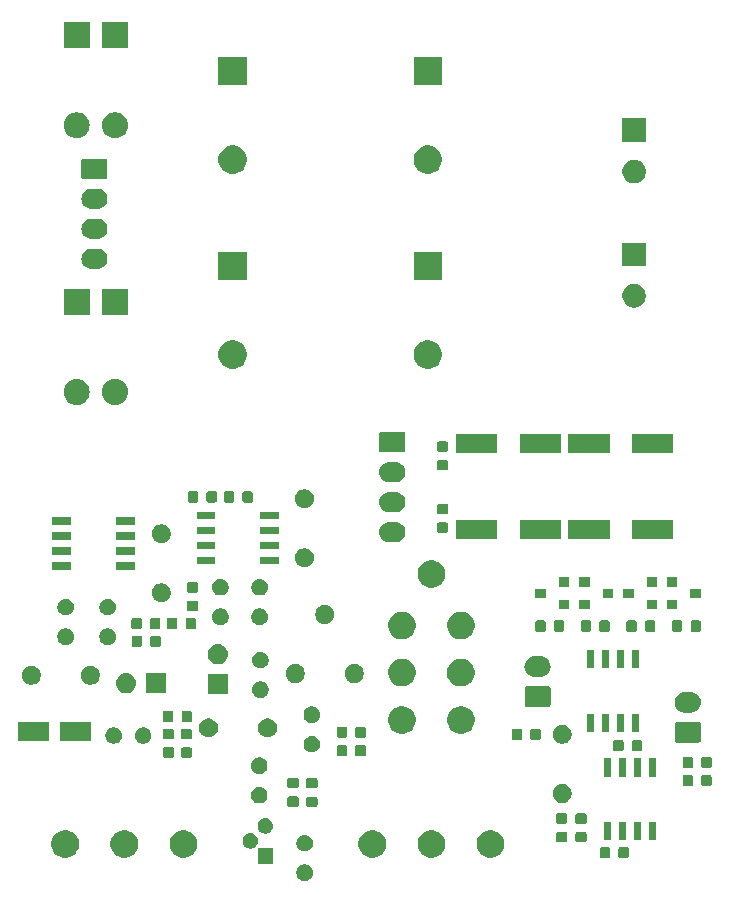
<source format=gts>
G04 #@! TF.GenerationSoftware,KiCad,Pcbnew,5.0.1-33cea8e~67~ubuntu18.04.1*
G04 #@! TF.CreationDate,2018-10-21T17:35:32+02:00*
G04 #@! TF.ProjectId,CondorCabSim,436F6E646F7243616253696D2E6B6963,rev?*
G04 #@! TF.SameCoordinates,Original*
G04 #@! TF.FileFunction,Soldermask,Top*
G04 #@! TF.FilePolarity,Negative*
%FSLAX46Y46*%
G04 Gerber Fmt 4.6, Leading zero omitted, Abs format (unit mm)*
G04 Created by KiCad (PCBNEW 5.0.1-33cea8e~67~ubuntu18.04.1) date Sun 21 Oct 2018 05:35:32 PM CEST*
%MOMM*%
%LPD*%
G01*
G04 APERTURE LIST*
%ADD10C,0.100000*%
G04 APERTURE END LIST*
D10*
G36*
X152629583Y-116065300D02*
X152756974Y-116118068D01*
X152871625Y-116194675D01*
X152969125Y-116292175D01*
X153045732Y-116406826D01*
X153098500Y-116534217D01*
X153125400Y-116669455D01*
X153125400Y-116807345D01*
X153098500Y-116942583D01*
X153045732Y-117069974D01*
X152969125Y-117184625D01*
X152871625Y-117282125D01*
X152756974Y-117358732D01*
X152629583Y-117411500D01*
X152494345Y-117438400D01*
X152356455Y-117438400D01*
X152221217Y-117411500D01*
X152093826Y-117358732D01*
X151979175Y-117282125D01*
X151881675Y-117184625D01*
X151805068Y-117069974D01*
X151752300Y-116942583D01*
X151725400Y-116807345D01*
X151725400Y-116669455D01*
X151752300Y-116534217D01*
X151805068Y-116406826D01*
X151881675Y-116292175D01*
X151979175Y-116194675D01*
X152093826Y-116118068D01*
X152221217Y-116065300D01*
X152356455Y-116038400D01*
X152494345Y-116038400D01*
X152629583Y-116065300D01*
X152629583Y-116065300D01*
G37*
G36*
X149748000Y-115966000D02*
X148448000Y-115966000D01*
X148448000Y-114666000D01*
X149748000Y-114666000D01*
X149748000Y-115966000D01*
X149748000Y-115966000D01*
G37*
G36*
X178175016Y-114577895D02*
X178204213Y-114586752D01*
X178231118Y-114601133D01*
X178254708Y-114620492D01*
X178274067Y-114644082D01*
X178288448Y-114670987D01*
X178297305Y-114700184D01*
X178300900Y-114736690D01*
X178300900Y-115361910D01*
X178297305Y-115398416D01*
X178288448Y-115427613D01*
X178274067Y-115454518D01*
X178254708Y-115478108D01*
X178231118Y-115497467D01*
X178204213Y-115511848D01*
X178175016Y-115520705D01*
X178138510Y-115524300D01*
X177588290Y-115524300D01*
X177551784Y-115520705D01*
X177522587Y-115511848D01*
X177495682Y-115497467D01*
X177472092Y-115478108D01*
X177452733Y-115454518D01*
X177438352Y-115427613D01*
X177429495Y-115398416D01*
X177425900Y-115361910D01*
X177425900Y-114736690D01*
X177429495Y-114700184D01*
X177438352Y-114670987D01*
X177452733Y-114644082D01*
X177472092Y-114620492D01*
X177495682Y-114601133D01*
X177522587Y-114586752D01*
X177551784Y-114577895D01*
X177588290Y-114574300D01*
X178138510Y-114574300D01*
X178175016Y-114577895D01*
X178175016Y-114577895D01*
G37*
G36*
X179750016Y-114577895D02*
X179779213Y-114586752D01*
X179806118Y-114601133D01*
X179829708Y-114620492D01*
X179849067Y-114644082D01*
X179863448Y-114670987D01*
X179872305Y-114700184D01*
X179875900Y-114736690D01*
X179875900Y-115361910D01*
X179872305Y-115398416D01*
X179863448Y-115427613D01*
X179849067Y-115454518D01*
X179829708Y-115478108D01*
X179806118Y-115497467D01*
X179779213Y-115511848D01*
X179750016Y-115520705D01*
X179713510Y-115524300D01*
X179163290Y-115524300D01*
X179126784Y-115520705D01*
X179097587Y-115511848D01*
X179070682Y-115497467D01*
X179047092Y-115478108D01*
X179027733Y-115454518D01*
X179013352Y-115427613D01*
X179004495Y-115398416D01*
X179000900Y-115361910D01*
X179000900Y-114736690D01*
X179004495Y-114700184D01*
X179013352Y-114670987D01*
X179027733Y-114644082D01*
X179047092Y-114620492D01*
X179070682Y-114601133D01*
X179097587Y-114586752D01*
X179126784Y-114577895D01*
X179163290Y-114574300D01*
X179713510Y-114574300D01*
X179750016Y-114577895D01*
X179750016Y-114577895D01*
G37*
G36*
X132501274Y-113174962D02*
X132714204Y-113263160D01*
X132905833Y-113391203D01*
X133068797Y-113554167D01*
X133196840Y-113745796D01*
X133285038Y-113958726D01*
X133330000Y-114184764D01*
X133330000Y-114415236D01*
X133285038Y-114641274D01*
X133196840Y-114854204D01*
X133068797Y-115045833D01*
X132905833Y-115208797D01*
X132714204Y-115336840D01*
X132501274Y-115425038D01*
X132275236Y-115470000D01*
X132044764Y-115470000D01*
X131818726Y-115425038D01*
X131605796Y-115336840D01*
X131414167Y-115208797D01*
X131251203Y-115045833D01*
X131123160Y-114854204D01*
X131034962Y-114641274D01*
X130990000Y-114415236D01*
X130990000Y-114184764D01*
X131034962Y-113958726D01*
X131123160Y-113745796D01*
X131251203Y-113554167D01*
X131414167Y-113391203D01*
X131605796Y-113263160D01*
X131818726Y-113174962D01*
X132044764Y-113130000D01*
X132275236Y-113130000D01*
X132501274Y-113174962D01*
X132501274Y-113174962D01*
G37*
G36*
X168501274Y-113174962D02*
X168714204Y-113263160D01*
X168905833Y-113391203D01*
X169068797Y-113554167D01*
X169196840Y-113745796D01*
X169285038Y-113958726D01*
X169330000Y-114184764D01*
X169330000Y-114415236D01*
X169285038Y-114641274D01*
X169196840Y-114854204D01*
X169068797Y-115045833D01*
X168905833Y-115208797D01*
X168714204Y-115336840D01*
X168501274Y-115425038D01*
X168275236Y-115470000D01*
X168044764Y-115470000D01*
X167818726Y-115425038D01*
X167605796Y-115336840D01*
X167414167Y-115208797D01*
X167251203Y-115045833D01*
X167123160Y-114854204D01*
X167034962Y-114641274D01*
X166990000Y-114415236D01*
X166990000Y-114184764D01*
X167034962Y-113958726D01*
X167123160Y-113745796D01*
X167251203Y-113554167D01*
X167414167Y-113391203D01*
X167605796Y-113263160D01*
X167818726Y-113174962D01*
X168044764Y-113130000D01*
X168275236Y-113130000D01*
X168501274Y-113174962D01*
X168501274Y-113174962D01*
G37*
G36*
X163501274Y-113174962D02*
X163714204Y-113263160D01*
X163905833Y-113391203D01*
X164068797Y-113554167D01*
X164196840Y-113745796D01*
X164285038Y-113958726D01*
X164330000Y-114184764D01*
X164330000Y-114415236D01*
X164285038Y-114641274D01*
X164196840Y-114854204D01*
X164068797Y-115045833D01*
X163905833Y-115208797D01*
X163714204Y-115336840D01*
X163501274Y-115425038D01*
X163275236Y-115470000D01*
X163044764Y-115470000D01*
X162818726Y-115425038D01*
X162605796Y-115336840D01*
X162414167Y-115208797D01*
X162251203Y-115045833D01*
X162123160Y-114854204D01*
X162034962Y-114641274D01*
X161990000Y-114415236D01*
X161990000Y-114184764D01*
X162034962Y-113958726D01*
X162123160Y-113745796D01*
X162251203Y-113554167D01*
X162414167Y-113391203D01*
X162605796Y-113263160D01*
X162818726Y-113174962D01*
X163044764Y-113130000D01*
X163275236Y-113130000D01*
X163501274Y-113174962D01*
X163501274Y-113174962D01*
G37*
G36*
X158501274Y-113174962D02*
X158714204Y-113263160D01*
X158905833Y-113391203D01*
X159068797Y-113554167D01*
X159196840Y-113745796D01*
X159285038Y-113958726D01*
X159330000Y-114184764D01*
X159330000Y-114415236D01*
X159285038Y-114641274D01*
X159196840Y-114854204D01*
X159068797Y-115045833D01*
X158905833Y-115208797D01*
X158714204Y-115336840D01*
X158501274Y-115425038D01*
X158275236Y-115470000D01*
X158044764Y-115470000D01*
X157818726Y-115425038D01*
X157605796Y-115336840D01*
X157414167Y-115208797D01*
X157251203Y-115045833D01*
X157123160Y-114854204D01*
X157034962Y-114641274D01*
X156990000Y-114415236D01*
X156990000Y-114184764D01*
X157034962Y-113958726D01*
X157123160Y-113745796D01*
X157251203Y-113554167D01*
X157414167Y-113391203D01*
X157605796Y-113263160D01*
X157818726Y-113174962D01*
X158044764Y-113130000D01*
X158275236Y-113130000D01*
X158501274Y-113174962D01*
X158501274Y-113174962D01*
G37*
G36*
X137501274Y-113174962D02*
X137714204Y-113263160D01*
X137905833Y-113391203D01*
X138068797Y-113554167D01*
X138196840Y-113745796D01*
X138285038Y-113958726D01*
X138330000Y-114184764D01*
X138330000Y-114415236D01*
X138285038Y-114641274D01*
X138196840Y-114854204D01*
X138068797Y-115045833D01*
X137905833Y-115208797D01*
X137714204Y-115336840D01*
X137501274Y-115425038D01*
X137275236Y-115470000D01*
X137044764Y-115470000D01*
X136818726Y-115425038D01*
X136605796Y-115336840D01*
X136414167Y-115208797D01*
X136251203Y-115045833D01*
X136123160Y-114854204D01*
X136034962Y-114641274D01*
X135990000Y-114415236D01*
X135990000Y-114184764D01*
X136034962Y-113958726D01*
X136123160Y-113745796D01*
X136251203Y-113554167D01*
X136414167Y-113391203D01*
X136605796Y-113263160D01*
X136818726Y-113174962D01*
X137044764Y-113130000D01*
X137275236Y-113130000D01*
X137501274Y-113174962D01*
X137501274Y-113174962D01*
G37*
G36*
X142501274Y-113174962D02*
X142714204Y-113263160D01*
X142905833Y-113391203D01*
X143068797Y-113554167D01*
X143196840Y-113745796D01*
X143285038Y-113958726D01*
X143330000Y-114184764D01*
X143330000Y-114415236D01*
X143285038Y-114641274D01*
X143196840Y-114854204D01*
X143068797Y-115045833D01*
X142905833Y-115208797D01*
X142714204Y-115336840D01*
X142501274Y-115425038D01*
X142275236Y-115470000D01*
X142044764Y-115470000D01*
X141818726Y-115425038D01*
X141605796Y-115336840D01*
X141414167Y-115208797D01*
X141251203Y-115045833D01*
X141123160Y-114854204D01*
X141034962Y-114641274D01*
X140990000Y-114415236D01*
X140990000Y-114184764D01*
X141034962Y-113958726D01*
X141123160Y-113745796D01*
X141251203Y-113554167D01*
X141414167Y-113391203D01*
X141605796Y-113263160D01*
X141818726Y-113174962D01*
X142044764Y-113130000D01*
X142275236Y-113130000D01*
X142501274Y-113174962D01*
X142501274Y-113174962D01*
G37*
G36*
X152629583Y-113565300D02*
X152756974Y-113618068D01*
X152777300Y-113631649D01*
X152871625Y-113694675D01*
X152969125Y-113792175D01*
X153045732Y-113906826D01*
X153098500Y-114034217D01*
X153125400Y-114169455D01*
X153125400Y-114307345D01*
X153098500Y-114442583D01*
X153053638Y-114550888D01*
X153045732Y-114569974D01*
X153000032Y-114638370D01*
X152969125Y-114684625D01*
X152871625Y-114782125D01*
X152756974Y-114858732D01*
X152629583Y-114911500D01*
X152494345Y-114938400D01*
X152356455Y-114938400D01*
X152221217Y-114911500D01*
X152093826Y-114858732D01*
X151979175Y-114782125D01*
X151881675Y-114684625D01*
X151850769Y-114638370D01*
X151805068Y-114569974D01*
X151797162Y-114550888D01*
X151752300Y-114442583D01*
X151725400Y-114307345D01*
X151725400Y-114169455D01*
X151752300Y-114034217D01*
X151805068Y-113906826D01*
X151881675Y-113792175D01*
X151979175Y-113694675D01*
X152073501Y-113631649D01*
X152093826Y-113618068D01*
X152221217Y-113565300D01*
X152356455Y-113538400D01*
X152494345Y-113538400D01*
X152629583Y-113565300D01*
X152629583Y-113565300D01*
G37*
G36*
X147975738Y-113412653D02*
X148017598Y-113420979D01*
X148029811Y-113426038D01*
X148135890Y-113469977D01*
X148242354Y-113541114D01*
X148332886Y-113631646D01*
X148404023Y-113738110D01*
X148453021Y-113856403D01*
X148478000Y-113981979D01*
X148478000Y-114110021D01*
X148453021Y-114235597D01*
X148404023Y-114353890D01*
X148326807Y-114469453D01*
X148325082Y-114471554D01*
X148313531Y-114493165D01*
X148306418Y-114516614D01*
X148305718Y-114523718D01*
X148298614Y-114524418D01*
X148275165Y-114531531D01*
X148253554Y-114543082D01*
X148251453Y-114544807D01*
X148135890Y-114622023D01*
X148052245Y-114656670D01*
X148017598Y-114671021D01*
X147975738Y-114679347D01*
X147892021Y-114696000D01*
X147763979Y-114696000D01*
X147680262Y-114679347D01*
X147638402Y-114671021D01*
X147603755Y-114656670D01*
X147520110Y-114622023D01*
X147413646Y-114550886D01*
X147323114Y-114460354D01*
X147251977Y-114353890D01*
X147202979Y-114235597D01*
X147178000Y-114110021D01*
X147178000Y-113981979D01*
X147202979Y-113856403D01*
X147251977Y-113738110D01*
X147323114Y-113631646D01*
X147413646Y-113541114D01*
X147520110Y-113469977D01*
X147626189Y-113426038D01*
X147638402Y-113420979D01*
X147680262Y-113412653D01*
X147763979Y-113396000D01*
X147892021Y-113396000D01*
X147975738Y-113412653D01*
X147975738Y-113412653D01*
G37*
G36*
X176180616Y-113307295D02*
X176209813Y-113316152D01*
X176236718Y-113330533D01*
X176260308Y-113349892D01*
X176279667Y-113373482D01*
X176294048Y-113400387D01*
X176302905Y-113429584D01*
X176306500Y-113466090D01*
X176306500Y-114016310D01*
X176302905Y-114052816D01*
X176294048Y-114082013D01*
X176279667Y-114108918D01*
X176260308Y-114132508D01*
X176236718Y-114151867D01*
X176209813Y-114166248D01*
X176180616Y-114175105D01*
X176144110Y-114178700D01*
X175518890Y-114178700D01*
X175482384Y-114175105D01*
X175453187Y-114166248D01*
X175426282Y-114151867D01*
X175402692Y-114132508D01*
X175383333Y-114108918D01*
X175368952Y-114082013D01*
X175360095Y-114052816D01*
X175356500Y-114016310D01*
X175356500Y-113466090D01*
X175360095Y-113429584D01*
X175368952Y-113400387D01*
X175383333Y-113373482D01*
X175402692Y-113349892D01*
X175426282Y-113330533D01*
X175453187Y-113316152D01*
X175482384Y-113307295D01*
X175518890Y-113303700D01*
X176144110Y-113303700D01*
X176180616Y-113307295D01*
X176180616Y-113307295D01*
G37*
G36*
X174542316Y-113294595D02*
X174571513Y-113303452D01*
X174598418Y-113317833D01*
X174622008Y-113337192D01*
X174641367Y-113360782D01*
X174655748Y-113387687D01*
X174664605Y-113416884D01*
X174668200Y-113453390D01*
X174668200Y-114003610D01*
X174664605Y-114040116D01*
X174655748Y-114069313D01*
X174641367Y-114096218D01*
X174622008Y-114119808D01*
X174598418Y-114139167D01*
X174571513Y-114153548D01*
X174542316Y-114162405D01*
X174505810Y-114166000D01*
X173880590Y-114166000D01*
X173844084Y-114162405D01*
X173814887Y-114153548D01*
X173787982Y-114139167D01*
X173764392Y-114119808D01*
X173745033Y-114096218D01*
X173730652Y-114069313D01*
X173721795Y-114040116D01*
X173718200Y-114003610D01*
X173718200Y-113453390D01*
X173721795Y-113416884D01*
X173730652Y-113387687D01*
X173745033Y-113360782D01*
X173764392Y-113337192D01*
X173787982Y-113317833D01*
X173814887Y-113303452D01*
X173844084Y-113294595D01*
X173880590Y-113291000D01*
X174505810Y-113291000D01*
X174542316Y-113294595D01*
X174542316Y-113294595D01*
G37*
G36*
X180879769Y-114004234D02*
X180279769Y-114004234D01*
X180279769Y-112454234D01*
X180879769Y-112454234D01*
X180879769Y-114004234D01*
X180879769Y-114004234D01*
G37*
G36*
X179609769Y-114004234D02*
X179009769Y-114004234D01*
X179009769Y-112454234D01*
X179609769Y-112454234D01*
X179609769Y-114004234D01*
X179609769Y-114004234D01*
G37*
G36*
X178339769Y-114004234D02*
X177739769Y-114004234D01*
X177739769Y-112454234D01*
X178339769Y-112454234D01*
X178339769Y-114004234D01*
X178339769Y-114004234D01*
G37*
G36*
X182149769Y-114004234D02*
X181549769Y-114004234D01*
X181549769Y-112454234D01*
X182149769Y-112454234D01*
X182149769Y-114004234D01*
X182149769Y-114004234D01*
G37*
G36*
X149245738Y-112142653D02*
X149287598Y-112150979D01*
X149322245Y-112165330D01*
X149405890Y-112199977D01*
X149512354Y-112271114D01*
X149602886Y-112361646D01*
X149674023Y-112468110D01*
X149701281Y-112533918D01*
X149723021Y-112586402D01*
X149723985Y-112591248D01*
X149748000Y-112711979D01*
X149748000Y-112840021D01*
X149723021Y-112965597D01*
X149674023Y-113083890D01*
X149602886Y-113190354D01*
X149512354Y-113280886D01*
X149405890Y-113352023D01*
X149322245Y-113386670D01*
X149287598Y-113401021D01*
X149245738Y-113409347D01*
X149162021Y-113426000D01*
X149033979Y-113426000D01*
X148950262Y-113409347D01*
X148908402Y-113401021D01*
X148873755Y-113386670D01*
X148790110Y-113352023D01*
X148683646Y-113280886D01*
X148593114Y-113190354D01*
X148521977Y-113083890D01*
X148472979Y-112965597D01*
X148448000Y-112840021D01*
X148448000Y-112711979D01*
X148472015Y-112591248D01*
X148472979Y-112586402D01*
X148494719Y-112533918D01*
X148521977Y-112468110D01*
X148593114Y-112361646D01*
X148683646Y-112271114D01*
X148790110Y-112199977D01*
X148873755Y-112165330D01*
X148908402Y-112150979D01*
X148950262Y-112142653D01*
X149033979Y-112126000D01*
X149162021Y-112126000D01*
X149245738Y-112142653D01*
X149245738Y-112142653D01*
G37*
G36*
X176180616Y-111732295D02*
X176209813Y-111741152D01*
X176236718Y-111755533D01*
X176260308Y-111774892D01*
X176279667Y-111798482D01*
X176294048Y-111825387D01*
X176302905Y-111854584D01*
X176306500Y-111891090D01*
X176306500Y-112441310D01*
X176302905Y-112477816D01*
X176294048Y-112507013D01*
X176279667Y-112533918D01*
X176260308Y-112557508D01*
X176236718Y-112576867D01*
X176209813Y-112591248D01*
X176180616Y-112600105D01*
X176144110Y-112603700D01*
X175518890Y-112603700D01*
X175482384Y-112600105D01*
X175453187Y-112591248D01*
X175426282Y-112576867D01*
X175402692Y-112557508D01*
X175383333Y-112533918D01*
X175368952Y-112507013D01*
X175360095Y-112477816D01*
X175356500Y-112441310D01*
X175356500Y-111891090D01*
X175360095Y-111854584D01*
X175368952Y-111825387D01*
X175383333Y-111798482D01*
X175402692Y-111774892D01*
X175426282Y-111755533D01*
X175453187Y-111741152D01*
X175482384Y-111732295D01*
X175518890Y-111728700D01*
X176144110Y-111728700D01*
X176180616Y-111732295D01*
X176180616Y-111732295D01*
G37*
G36*
X174542316Y-111719595D02*
X174571513Y-111728452D01*
X174598418Y-111742833D01*
X174622008Y-111762192D01*
X174641367Y-111785782D01*
X174655748Y-111812687D01*
X174664605Y-111841884D01*
X174668200Y-111878390D01*
X174668200Y-112428610D01*
X174664605Y-112465116D01*
X174655748Y-112494313D01*
X174641367Y-112521218D01*
X174622008Y-112544808D01*
X174598418Y-112564167D01*
X174571513Y-112578548D01*
X174542316Y-112587405D01*
X174505810Y-112591000D01*
X173880590Y-112591000D01*
X173844084Y-112587405D01*
X173814887Y-112578548D01*
X173787982Y-112564167D01*
X173764392Y-112544808D01*
X173745033Y-112521218D01*
X173730652Y-112494313D01*
X173721795Y-112465116D01*
X173718200Y-112428610D01*
X173718200Y-111878390D01*
X173721795Y-111841884D01*
X173730652Y-111812687D01*
X173745033Y-111785782D01*
X173764392Y-111762192D01*
X173787982Y-111742833D01*
X173814887Y-111728452D01*
X173844084Y-111719595D01*
X173880590Y-111716000D01*
X174505810Y-111716000D01*
X174542316Y-111719595D01*
X174542316Y-111719595D01*
G37*
G36*
X153394276Y-110305015D02*
X153423473Y-110313872D01*
X153450378Y-110328253D01*
X153473968Y-110347612D01*
X153493327Y-110371202D01*
X153507708Y-110398107D01*
X153516565Y-110427304D01*
X153520160Y-110463810D01*
X153520160Y-111014030D01*
X153516565Y-111050536D01*
X153507708Y-111079733D01*
X153493327Y-111106638D01*
X153473968Y-111130228D01*
X153450378Y-111149587D01*
X153423473Y-111163968D01*
X153394276Y-111172825D01*
X153357770Y-111176420D01*
X152732550Y-111176420D01*
X152696044Y-111172825D01*
X152666847Y-111163968D01*
X152639942Y-111149587D01*
X152616352Y-111130228D01*
X152596993Y-111106638D01*
X152582612Y-111079733D01*
X152573755Y-111050536D01*
X152570160Y-111014030D01*
X152570160Y-110463810D01*
X152573755Y-110427304D01*
X152582612Y-110398107D01*
X152596993Y-110371202D01*
X152616352Y-110347612D01*
X152639942Y-110328253D01*
X152666847Y-110313872D01*
X152696044Y-110305015D01*
X152732550Y-110301420D01*
X153357770Y-110301420D01*
X153394276Y-110305015D01*
X153394276Y-110305015D01*
G37*
G36*
X151788996Y-110294855D02*
X151818193Y-110303712D01*
X151845098Y-110318093D01*
X151868688Y-110337452D01*
X151888047Y-110361042D01*
X151902428Y-110387947D01*
X151911285Y-110417144D01*
X151914880Y-110453650D01*
X151914880Y-111003870D01*
X151911285Y-111040376D01*
X151902428Y-111069573D01*
X151888047Y-111096478D01*
X151868688Y-111120068D01*
X151845098Y-111139427D01*
X151818193Y-111153808D01*
X151788996Y-111162665D01*
X151752490Y-111166260D01*
X151127270Y-111166260D01*
X151090764Y-111162665D01*
X151061567Y-111153808D01*
X151034662Y-111139427D01*
X151011072Y-111120068D01*
X150991713Y-111096478D01*
X150977332Y-111069573D01*
X150968475Y-111040376D01*
X150964880Y-111003870D01*
X150964880Y-110453650D01*
X150968475Y-110417144D01*
X150977332Y-110387947D01*
X150991713Y-110361042D01*
X151011072Y-110337452D01*
X151034662Y-110318093D01*
X151061567Y-110303712D01*
X151090764Y-110294855D01*
X151127270Y-110291260D01*
X151752490Y-110291260D01*
X151788996Y-110294855D01*
X151788996Y-110294855D01*
G37*
G36*
X148789103Y-109507020D02*
X148903472Y-109554394D01*
X148916494Y-109559788D01*
X148963596Y-109591260D01*
X149031145Y-109636395D01*
X149128645Y-109733895D01*
X149205252Y-109848546D01*
X149258020Y-109975937D01*
X149284920Y-110111175D01*
X149284920Y-110249065D01*
X149258020Y-110384303D01*
X149219418Y-110477494D01*
X149205252Y-110511694D01*
X149128646Y-110626344D01*
X149031144Y-110723846D01*
X148916494Y-110800452D01*
X148789103Y-110853220D01*
X148653865Y-110880120D01*
X148515975Y-110880120D01*
X148380737Y-110853220D01*
X148253346Y-110800452D01*
X148138696Y-110723846D01*
X148041194Y-110626344D01*
X147964588Y-110511694D01*
X147950422Y-110477494D01*
X147911820Y-110384303D01*
X147884920Y-110249065D01*
X147884920Y-110111175D01*
X147911820Y-109975937D01*
X147964588Y-109848546D01*
X148041195Y-109733895D01*
X148138695Y-109636395D01*
X148206245Y-109591260D01*
X148253346Y-109559788D01*
X148266368Y-109554394D01*
X148380737Y-109507020D01*
X148515975Y-109480120D01*
X148653865Y-109480120D01*
X148789103Y-109507020D01*
X148789103Y-109507020D01*
G37*
G36*
X174464652Y-109263543D02*
X174610241Y-109323848D01*
X174741273Y-109411401D01*
X174852699Y-109522827D01*
X174940252Y-109653859D01*
X175000557Y-109799448D01*
X175031300Y-109954005D01*
X175031300Y-110111595D01*
X175000557Y-110266152D01*
X174940252Y-110411741D01*
X174852699Y-110542773D01*
X174741273Y-110654199D01*
X174610241Y-110741752D01*
X174464652Y-110802057D01*
X174310095Y-110832800D01*
X174152505Y-110832800D01*
X173997948Y-110802057D01*
X173852359Y-110741752D01*
X173721327Y-110654199D01*
X173609901Y-110542773D01*
X173522348Y-110411741D01*
X173462043Y-110266152D01*
X173431300Y-110111595D01*
X173431300Y-109954005D01*
X173462043Y-109799448D01*
X173522348Y-109653859D01*
X173609901Y-109522827D01*
X173721327Y-109411401D01*
X173852359Y-109323848D01*
X173997948Y-109263543D01*
X174152505Y-109232800D01*
X174310095Y-109232800D01*
X174464652Y-109263543D01*
X174464652Y-109263543D01*
G37*
G36*
X153394276Y-108730015D02*
X153423473Y-108738872D01*
X153450378Y-108753253D01*
X153473968Y-108772612D01*
X153493327Y-108796202D01*
X153507708Y-108823107D01*
X153516565Y-108852304D01*
X153520160Y-108888810D01*
X153520160Y-109439030D01*
X153516565Y-109475536D01*
X153507708Y-109504733D01*
X153493327Y-109531638D01*
X153473968Y-109555228D01*
X153450378Y-109574587D01*
X153423473Y-109588968D01*
X153394276Y-109597825D01*
X153357770Y-109601420D01*
X152732550Y-109601420D01*
X152696044Y-109597825D01*
X152666847Y-109588968D01*
X152639942Y-109574587D01*
X152616352Y-109555228D01*
X152596993Y-109531638D01*
X152582612Y-109504733D01*
X152573755Y-109475536D01*
X152570160Y-109439030D01*
X152570160Y-108888810D01*
X152573755Y-108852304D01*
X152582612Y-108823107D01*
X152596993Y-108796202D01*
X152616352Y-108772612D01*
X152639942Y-108753253D01*
X152666847Y-108738872D01*
X152696044Y-108730015D01*
X152732550Y-108726420D01*
X153357770Y-108726420D01*
X153394276Y-108730015D01*
X153394276Y-108730015D01*
G37*
G36*
X151788996Y-108719855D02*
X151818193Y-108728712D01*
X151845098Y-108743093D01*
X151868688Y-108762452D01*
X151888047Y-108786042D01*
X151902428Y-108812947D01*
X151911285Y-108842144D01*
X151914880Y-108878650D01*
X151914880Y-109428870D01*
X151911285Y-109465376D01*
X151902428Y-109494573D01*
X151888047Y-109521478D01*
X151868688Y-109545068D01*
X151845098Y-109564427D01*
X151818193Y-109578808D01*
X151788996Y-109587665D01*
X151752490Y-109591260D01*
X151127270Y-109591260D01*
X151090764Y-109587665D01*
X151061567Y-109578808D01*
X151034662Y-109564427D01*
X151011072Y-109545068D01*
X150991713Y-109521478D01*
X150977332Y-109494573D01*
X150968475Y-109465376D01*
X150964880Y-109428870D01*
X150964880Y-108878650D01*
X150968475Y-108842144D01*
X150977332Y-108812947D01*
X150991713Y-108786042D01*
X151011072Y-108762452D01*
X151034662Y-108743093D01*
X151061567Y-108728712D01*
X151090764Y-108719855D01*
X151127270Y-108716260D01*
X151752490Y-108716260D01*
X151788996Y-108719855D01*
X151788996Y-108719855D01*
G37*
G36*
X185185416Y-108481895D02*
X185214613Y-108490752D01*
X185241518Y-108505133D01*
X185265108Y-108524492D01*
X185284467Y-108548082D01*
X185298848Y-108574987D01*
X185307705Y-108604184D01*
X185311300Y-108640690D01*
X185311300Y-109265910D01*
X185307705Y-109302416D01*
X185298848Y-109331613D01*
X185284467Y-109358518D01*
X185265108Y-109382108D01*
X185241518Y-109401467D01*
X185214613Y-109415848D01*
X185185416Y-109424705D01*
X185148910Y-109428300D01*
X184598690Y-109428300D01*
X184562184Y-109424705D01*
X184532987Y-109415848D01*
X184506082Y-109401467D01*
X184482492Y-109382108D01*
X184463133Y-109358518D01*
X184448752Y-109331613D01*
X184439895Y-109302416D01*
X184436300Y-109265910D01*
X184436300Y-108640690D01*
X184439895Y-108604184D01*
X184448752Y-108574987D01*
X184463133Y-108548082D01*
X184482492Y-108524492D01*
X184506082Y-108505133D01*
X184532987Y-108490752D01*
X184562184Y-108481895D01*
X184598690Y-108478300D01*
X185148910Y-108478300D01*
X185185416Y-108481895D01*
X185185416Y-108481895D01*
G37*
G36*
X186760416Y-108481895D02*
X186789613Y-108490752D01*
X186816518Y-108505133D01*
X186840108Y-108524492D01*
X186859467Y-108548082D01*
X186873848Y-108574987D01*
X186882705Y-108604184D01*
X186886300Y-108640690D01*
X186886300Y-109265910D01*
X186882705Y-109302416D01*
X186873848Y-109331613D01*
X186859467Y-109358518D01*
X186840108Y-109382108D01*
X186816518Y-109401467D01*
X186789613Y-109415848D01*
X186760416Y-109424705D01*
X186723910Y-109428300D01*
X186173690Y-109428300D01*
X186137184Y-109424705D01*
X186107987Y-109415848D01*
X186081082Y-109401467D01*
X186057492Y-109382108D01*
X186038133Y-109358518D01*
X186023752Y-109331613D01*
X186014895Y-109302416D01*
X186011300Y-109265910D01*
X186011300Y-108640690D01*
X186014895Y-108604184D01*
X186023752Y-108574987D01*
X186038133Y-108548082D01*
X186057492Y-108524492D01*
X186081082Y-108505133D01*
X186107987Y-108490752D01*
X186137184Y-108481895D01*
X186173690Y-108478300D01*
X186723910Y-108478300D01*
X186760416Y-108481895D01*
X186760416Y-108481895D01*
G37*
G36*
X180879769Y-108604234D02*
X180279769Y-108604234D01*
X180279769Y-107054234D01*
X180879769Y-107054234D01*
X180879769Y-108604234D01*
X180879769Y-108604234D01*
G37*
G36*
X179609769Y-108604234D02*
X179009769Y-108604234D01*
X179009769Y-107054234D01*
X179609769Y-107054234D01*
X179609769Y-108604234D01*
X179609769Y-108604234D01*
G37*
G36*
X178339769Y-108604234D02*
X177739769Y-108604234D01*
X177739769Y-107054234D01*
X178339769Y-107054234D01*
X178339769Y-108604234D01*
X178339769Y-108604234D01*
G37*
G36*
X182149769Y-108604234D02*
X181549769Y-108604234D01*
X181549769Y-107054234D01*
X182149769Y-107054234D01*
X182149769Y-108604234D01*
X182149769Y-108604234D01*
G37*
G36*
X148789103Y-107007020D02*
X148916494Y-107059788D01*
X148982648Y-107103990D01*
X149031145Y-107136395D01*
X149128645Y-107233895D01*
X149205252Y-107348546D01*
X149258020Y-107475937D01*
X149284920Y-107611175D01*
X149284920Y-107749065D01*
X149258020Y-107884303D01*
X149205252Y-108011694D01*
X149128645Y-108126345D01*
X149031145Y-108223845D01*
X148916494Y-108300452D01*
X148789103Y-108353220D01*
X148653865Y-108380120D01*
X148515975Y-108380120D01*
X148380737Y-108353220D01*
X148253346Y-108300452D01*
X148138695Y-108223845D01*
X148041195Y-108126345D01*
X147964588Y-108011694D01*
X147911820Y-107884303D01*
X147884920Y-107749065D01*
X147884920Y-107611175D01*
X147911820Y-107475937D01*
X147964588Y-107348546D01*
X148041195Y-107233895D01*
X148138695Y-107136395D01*
X148187193Y-107103990D01*
X148253346Y-107059788D01*
X148380737Y-107007020D01*
X148515975Y-106980120D01*
X148653865Y-106980120D01*
X148789103Y-107007020D01*
X148789103Y-107007020D01*
G37*
G36*
X186760416Y-106945195D02*
X186789613Y-106954052D01*
X186816518Y-106968433D01*
X186840108Y-106987792D01*
X186859467Y-107011382D01*
X186873848Y-107038287D01*
X186882705Y-107067484D01*
X186886300Y-107103990D01*
X186886300Y-107729210D01*
X186882705Y-107765716D01*
X186873848Y-107794913D01*
X186859467Y-107821818D01*
X186840108Y-107845408D01*
X186816518Y-107864767D01*
X186789613Y-107879148D01*
X186760416Y-107888005D01*
X186723910Y-107891600D01*
X186173690Y-107891600D01*
X186137184Y-107888005D01*
X186107987Y-107879148D01*
X186081082Y-107864767D01*
X186057492Y-107845408D01*
X186038133Y-107821818D01*
X186023752Y-107794913D01*
X186014895Y-107765716D01*
X186011300Y-107729210D01*
X186011300Y-107103990D01*
X186014895Y-107067484D01*
X186023752Y-107038287D01*
X186038133Y-107011382D01*
X186057492Y-106987792D01*
X186081082Y-106968433D01*
X186107987Y-106954052D01*
X186137184Y-106945195D01*
X186173690Y-106941600D01*
X186723910Y-106941600D01*
X186760416Y-106945195D01*
X186760416Y-106945195D01*
G37*
G36*
X185185416Y-106945195D02*
X185214613Y-106954052D01*
X185241518Y-106968433D01*
X185265108Y-106987792D01*
X185284467Y-107011382D01*
X185298848Y-107038287D01*
X185307705Y-107067484D01*
X185311300Y-107103990D01*
X185311300Y-107729210D01*
X185307705Y-107765716D01*
X185298848Y-107794913D01*
X185284467Y-107821818D01*
X185265108Y-107845408D01*
X185241518Y-107864767D01*
X185214613Y-107879148D01*
X185185416Y-107888005D01*
X185148910Y-107891600D01*
X184598690Y-107891600D01*
X184562184Y-107888005D01*
X184532987Y-107879148D01*
X184506082Y-107864767D01*
X184482492Y-107845408D01*
X184463133Y-107821818D01*
X184448752Y-107794913D01*
X184439895Y-107765716D01*
X184436300Y-107729210D01*
X184436300Y-107103990D01*
X184439895Y-107067484D01*
X184448752Y-107038287D01*
X184463133Y-107011382D01*
X184482492Y-106987792D01*
X184506082Y-106968433D01*
X184532987Y-106954052D01*
X184562184Y-106945195D01*
X184598690Y-106941600D01*
X185148910Y-106941600D01*
X185185416Y-106945195D01*
X185185416Y-106945195D01*
G37*
G36*
X142761836Y-106144595D02*
X142791033Y-106153452D01*
X142817938Y-106167833D01*
X142841528Y-106187192D01*
X142860887Y-106210782D01*
X142875268Y-106237687D01*
X142884125Y-106266884D01*
X142887720Y-106303390D01*
X142887720Y-106853610D01*
X142884125Y-106890116D01*
X142875268Y-106919313D01*
X142860887Y-106946218D01*
X142841528Y-106969808D01*
X142817938Y-106989167D01*
X142791033Y-107003548D01*
X142761836Y-107012405D01*
X142725330Y-107016000D01*
X142100110Y-107016000D01*
X142063604Y-107012405D01*
X142034407Y-107003548D01*
X142007502Y-106989167D01*
X141983912Y-106969808D01*
X141964553Y-106946218D01*
X141950172Y-106919313D01*
X141941315Y-106890116D01*
X141937720Y-106853610D01*
X141937720Y-106303390D01*
X141941315Y-106266884D01*
X141950172Y-106237687D01*
X141964553Y-106210782D01*
X141983912Y-106187192D01*
X142007502Y-106167833D01*
X142034407Y-106153452D01*
X142063604Y-106144595D01*
X142100110Y-106141000D01*
X142725330Y-106141000D01*
X142761836Y-106144595D01*
X142761836Y-106144595D01*
G37*
G36*
X141242916Y-106139515D02*
X141272113Y-106148372D01*
X141299018Y-106162753D01*
X141322608Y-106182112D01*
X141341967Y-106205702D01*
X141356348Y-106232607D01*
X141365205Y-106261804D01*
X141368800Y-106298310D01*
X141368800Y-106848530D01*
X141365205Y-106885036D01*
X141356348Y-106914233D01*
X141341967Y-106941138D01*
X141322608Y-106964728D01*
X141299018Y-106984087D01*
X141272113Y-106998468D01*
X141242916Y-107007325D01*
X141206410Y-107010920D01*
X140581190Y-107010920D01*
X140544684Y-107007325D01*
X140515487Y-106998468D01*
X140488582Y-106984087D01*
X140464992Y-106964728D01*
X140445633Y-106941138D01*
X140431252Y-106914233D01*
X140422395Y-106885036D01*
X140418800Y-106848530D01*
X140418800Y-106298310D01*
X140422395Y-106261804D01*
X140431252Y-106232607D01*
X140445633Y-106205702D01*
X140464992Y-106182112D01*
X140488582Y-106162753D01*
X140515487Y-106148372D01*
X140544684Y-106139515D01*
X140581190Y-106135920D01*
X141206410Y-106135920D01*
X141242916Y-106139515D01*
X141242916Y-106139515D01*
G37*
G36*
X155896676Y-105949515D02*
X155925873Y-105958372D01*
X155952778Y-105972753D01*
X155976368Y-105992112D01*
X155995727Y-106015702D01*
X156010108Y-106042607D01*
X156018965Y-106071804D01*
X156022560Y-106108310D01*
X156022560Y-106733530D01*
X156018965Y-106770036D01*
X156010108Y-106799233D01*
X155995727Y-106826138D01*
X155976368Y-106849728D01*
X155952778Y-106869087D01*
X155925873Y-106883468D01*
X155896676Y-106892325D01*
X155860170Y-106895920D01*
X155309950Y-106895920D01*
X155273444Y-106892325D01*
X155244247Y-106883468D01*
X155217342Y-106869087D01*
X155193752Y-106849728D01*
X155174393Y-106826138D01*
X155160012Y-106799233D01*
X155151155Y-106770036D01*
X155147560Y-106733530D01*
X155147560Y-106108310D01*
X155151155Y-106071804D01*
X155160012Y-106042607D01*
X155174393Y-106015702D01*
X155193752Y-105992112D01*
X155217342Y-105972753D01*
X155244247Y-105958372D01*
X155273444Y-105949515D01*
X155309950Y-105945920D01*
X155860170Y-105945920D01*
X155896676Y-105949515D01*
X155896676Y-105949515D01*
G37*
G36*
X157471676Y-105949515D02*
X157500873Y-105958372D01*
X157527778Y-105972753D01*
X157551368Y-105992112D01*
X157570727Y-106015702D01*
X157585108Y-106042607D01*
X157593965Y-106071804D01*
X157597560Y-106108310D01*
X157597560Y-106733530D01*
X157593965Y-106770036D01*
X157585108Y-106799233D01*
X157570727Y-106826138D01*
X157551368Y-106849728D01*
X157527778Y-106869087D01*
X157500873Y-106883468D01*
X157471676Y-106892325D01*
X157435170Y-106895920D01*
X156884950Y-106895920D01*
X156848444Y-106892325D01*
X156819247Y-106883468D01*
X156792342Y-106869087D01*
X156768752Y-106849728D01*
X156749393Y-106826138D01*
X156735012Y-106799233D01*
X156726155Y-106770036D01*
X156722560Y-106733530D01*
X156722560Y-106108310D01*
X156726155Y-106071804D01*
X156735012Y-106042607D01*
X156749393Y-106015702D01*
X156768752Y-105992112D01*
X156792342Y-105972753D01*
X156819247Y-105958372D01*
X156848444Y-105949515D01*
X156884950Y-105945920D01*
X157435170Y-105945920D01*
X157471676Y-105949515D01*
X157471676Y-105949515D01*
G37*
G36*
X153239183Y-105184580D02*
X153366574Y-105237348D01*
X153481224Y-105313954D01*
X153578726Y-105411456D01*
X153590146Y-105428548D01*
X153655332Y-105526106D01*
X153708100Y-105653497D01*
X153735000Y-105788735D01*
X153735000Y-105926625D01*
X153708100Y-106061863D01*
X153666309Y-106162753D01*
X153655332Y-106189254D01*
X153578726Y-106303904D01*
X153481224Y-106401406D01*
X153379762Y-106469200D01*
X153366574Y-106478012D01*
X153239183Y-106530780D01*
X153103945Y-106557680D01*
X152966055Y-106557680D01*
X152830817Y-106530780D01*
X152703426Y-106478012D01*
X152690238Y-106469200D01*
X152588776Y-106401406D01*
X152491274Y-106303904D01*
X152414668Y-106189254D01*
X152403691Y-106162753D01*
X152361900Y-106061863D01*
X152335000Y-105926625D01*
X152335000Y-105788735D01*
X152361900Y-105653497D01*
X152414668Y-105526106D01*
X152479854Y-105428548D01*
X152491274Y-105411456D01*
X152588776Y-105313954D01*
X152703426Y-105237348D01*
X152830817Y-105184580D01*
X152966055Y-105157680D01*
X153103945Y-105157680D01*
X153239183Y-105184580D01*
X153239183Y-105184580D01*
G37*
G36*
X180880216Y-105522795D02*
X180909413Y-105531652D01*
X180936318Y-105546033D01*
X180959908Y-105565392D01*
X180979267Y-105588982D01*
X180993648Y-105615887D01*
X181002505Y-105645084D01*
X181006100Y-105681590D01*
X181006100Y-106306810D01*
X181002505Y-106343316D01*
X180993648Y-106372513D01*
X180979267Y-106399418D01*
X180959908Y-106423008D01*
X180936318Y-106442367D01*
X180909413Y-106456748D01*
X180880216Y-106465605D01*
X180843710Y-106469200D01*
X180293490Y-106469200D01*
X180256984Y-106465605D01*
X180227787Y-106456748D01*
X180200882Y-106442367D01*
X180177292Y-106423008D01*
X180157933Y-106399418D01*
X180143552Y-106372513D01*
X180134695Y-106343316D01*
X180131100Y-106306810D01*
X180131100Y-105681590D01*
X180134695Y-105645084D01*
X180143552Y-105615887D01*
X180157933Y-105588982D01*
X180177292Y-105565392D01*
X180200882Y-105546033D01*
X180227787Y-105531652D01*
X180256984Y-105522795D01*
X180293490Y-105519200D01*
X180843710Y-105519200D01*
X180880216Y-105522795D01*
X180880216Y-105522795D01*
G37*
G36*
X179305216Y-105522795D02*
X179334413Y-105531652D01*
X179361318Y-105546033D01*
X179384908Y-105565392D01*
X179404267Y-105588982D01*
X179418648Y-105615887D01*
X179427505Y-105645084D01*
X179431100Y-105681590D01*
X179431100Y-106306810D01*
X179427505Y-106343316D01*
X179418648Y-106372513D01*
X179404267Y-106399418D01*
X179384908Y-106423008D01*
X179361318Y-106442367D01*
X179334413Y-106456748D01*
X179305216Y-106465605D01*
X179268710Y-106469200D01*
X178718490Y-106469200D01*
X178681984Y-106465605D01*
X178652787Y-106456748D01*
X178625882Y-106442367D01*
X178602292Y-106423008D01*
X178582933Y-106399418D01*
X178568552Y-106372513D01*
X178559695Y-106343316D01*
X178556100Y-106306810D01*
X178556100Y-105681590D01*
X178559695Y-105645084D01*
X178568552Y-105615887D01*
X178582933Y-105588982D01*
X178602292Y-105565392D01*
X178625882Y-105546033D01*
X178652787Y-105531652D01*
X178681984Y-105522795D01*
X178718490Y-105519200D01*
X179268710Y-105519200D01*
X179305216Y-105522795D01*
X179305216Y-105522795D01*
G37*
G36*
X174464652Y-104263543D02*
X174610241Y-104323848D01*
X174741273Y-104411401D01*
X174852699Y-104522827D01*
X174940252Y-104653859D01*
X175000557Y-104799448D01*
X175031300Y-104954005D01*
X175031300Y-105111595D01*
X175000557Y-105266152D01*
X174940252Y-105411741D01*
X174852699Y-105542773D01*
X174741273Y-105654199D01*
X174610241Y-105741752D01*
X174464652Y-105802057D01*
X174310095Y-105832800D01*
X174152505Y-105832800D01*
X173997948Y-105802057D01*
X173852359Y-105741752D01*
X173721327Y-105654199D01*
X173609901Y-105542773D01*
X173522348Y-105411741D01*
X173462043Y-105266152D01*
X173431300Y-105111595D01*
X173431300Y-104954005D01*
X173462043Y-104799448D01*
X173522348Y-104653859D01*
X173609901Y-104522827D01*
X173721327Y-104411401D01*
X173852359Y-104323848D01*
X173997948Y-104263543D01*
X174152505Y-104232800D01*
X174310095Y-104232800D01*
X174464652Y-104263543D01*
X174464652Y-104263543D01*
G37*
G36*
X136459303Y-104452420D02*
X136586694Y-104505188D01*
X136701344Y-104581794D01*
X136798846Y-104679296D01*
X136841260Y-104742774D01*
X136875452Y-104793946D01*
X136928220Y-104921337D01*
X136955120Y-105056575D01*
X136955120Y-105194465D01*
X136928220Y-105329703D01*
X136882118Y-105441000D01*
X136875452Y-105457094D01*
X136798846Y-105571744D01*
X136701344Y-105669246D01*
X136598520Y-105737950D01*
X136586694Y-105745852D01*
X136459303Y-105798620D01*
X136324065Y-105825520D01*
X136186175Y-105825520D01*
X136050937Y-105798620D01*
X135923546Y-105745852D01*
X135911720Y-105737950D01*
X135808896Y-105669246D01*
X135711394Y-105571744D01*
X135634788Y-105457094D01*
X135628122Y-105441000D01*
X135582020Y-105329703D01*
X135555120Y-105194465D01*
X135555120Y-105056575D01*
X135582020Y-104921337D01*
X135634788Y-104793946D01*
X135668980Y-104742774D01*
X135711394Y-104679296D01*
X135808896Y-104581794D01*
X135923546Y-104505188D01*
X136050937Y-104452420D01*
X136186175Y-104425520D01*
X136324065Y-104425520D01*
X136459303Y-104452420D01*
X136459303Y-104452420D01*
G37*
G36*
X138959303Y-104452420D02*
X139086694Y-104505188D01*
X139201344Y-104581794D01*
X139298846Y-104679296D01*
X139341260Y-104742774D01*
X139375452Y-104793946D01*
X139428220Y-104921337D01*
X139455120Y-105056575D01*
X139455120Y-105194465D01*
X139428220Y-105329703D01*
X139382118Y-105441000D01*
X139375452Y-105457094D01*
X139298846Y-105571744D01*
X139201344Y-105669246D01*
X139098520Y-105737950D01*
X139086694Y-105745852D01*
X138959303Y-105798620D01*
X138824065Y-105825520D01*
X138686175Y-105825520D01*
X138550937Y-105798620D01*
X138423546Y-105745852D01*
X138411720Y-105737950D01*
X138308896Y-105669246D01*
X138211394Y-105571744D01*
X138134788Y-105457094D01*
X138128122Y-105441000D01*
X138082020Y-105329703D01*
X138055120Y-105194465D01*
X138055120Y-105056575D01*
X138082020Y-104921337D01*
X138134788Y-104793946D01*
X138168980Y-104742774D01*
X138211394Y-104679296D01*
X138308896Y-104581794D01*
X138423546Y-104505188D01*
X138550937Y-104452420D01*
X138686175Y-104425520D01*
X138824065Y-104425520D01*
X138959303Y-104452420D01*
X138959303Y-104452420D01*
G37*
G36*
X185831555Y-103984885D02*
X185861631Y-103994008D01*
X185889345Y-104008822D01*
X185913640Y-104028760D01*
X185933578Y-104053055D01*
X185948392Y-104080769D01*
X185957515Y-104110845D01*
X185961200Y-104148259D01*
X185961200Y-105554141D01*
X185957515Y-105591555D01*
X185948392Y-105621631D01*
X185933578Y-105649345D01*
X185913640Y-105673640D01*
X185889345Y-105693578D01*
X185861631Y-105708392D01*
X185831555Y-105717515D01*
X185794141Y-105721200D01*
X183928259Y-105721200D01*
X183890845Y-105717515D01*
X183860769Y-105708392D01*
X183833055Y-105693578D01*
X183808760Y-105673640D01*
X183788822Y-105649345D01*
X183774008Y-105621631D01*
X183764885Y-105591555D01*
X183761200Y-105554141D01*
X183761200Y-104148259D01*
X183764885Y-104110845D01*
X183774008Y-104080769D01*
X183788822Y-104053055D01*
X183808760Y-104028760D01*
X183833055Y-104008822D01*
X183860769Y-103994008D01*
X183890845Y-103984885D01*
X183928259Y-103981200D01*
X185794141Y-103981200D01*
X185831555Y-103984885D01*
X185831555Y-103984885D01*
G37*
G36*
X130758720Y-105554680D02*
X128158720Y-105554680D01*
X128158720Y-103954680D01*
X130758720Y-103954680D01*
X130758720Y-105554680D01*
X130758720Y-105554680D01*
G37*
G36*
X134358720Y-105554680D02*
X131758720Y-105554680D01*
X131758720Y-103954680D01*
X134358720Y-103954680D01*
X134358720Y-105554680D01*
X134358720Y-105554680D01*
G37*
G36*
X170720016Y-104570295D02*
X170749213Y-104579152D01*
X170776118Y-104593533D01*
X170799708Y-104612892D01*
X170819067Y-104636482D01*
X170833448Y-104663387D01*
X170842305Y-104692584D01*
X170845900Y-104729090D01*
X170845900Y-105354310D01*
X170842305Y-105390816D01*
X170833448Y-105420013D01*
X170819067Y-105446918D01*
X170799708Y-105470508D01*
X170776118Y-105489867D01*
X170749213Y-105504248D01*
X170720016Y-105513105D01*
X170683510Y-105516700D01*
X170133290Y-105516700D01*
X170096784Y-105513105D01*
X170067587Y-105504248D01*
X170040682Y-105489867D01*
X170017092Y-105470508D01*
X169997733Y-105446918D01*
X169983352Y-105420013D01*
X169974495Y-105390816D01*
X169970900Y-105354310D01*
X169970900Y-104729090D01*
X169974495Y-104692584D01*
X169983352Y-104663387D01*
X169997733Y-104636482D01*
X170017092Y-104612892D01*
X170040682Y-104593533D01*
X170067587Y-104579152D01*
X170096784Y-104570295D01*
X170133290Y-104566700D01*
X170683510Y-104566700D01*
X170720016Y-104570295D01*
X170720016Y-104570295D01*
G37*
G36*
X172295016Y-104570295D02*
X172324213Y-104579152D01*
X172351118Y-104593533D01*
X172374708Y-104612892D01*
X172394067Y-104636482D01*
X172408448Y-104663387D01*
X172417305Y-104692584D01*
X172420900Y-104729090D01*
X172420900Y-105354310D01*
X172417305Y-105390816D01*
X172408448Y-105420013D01*
X172394067Y-105446918D01*
X172374708Y-105470508D01*
X172351118Y-105489867D01*
X172324213Y-105504248D01*
X172295016Y-105513105D01*
X172258510Y-105516700D01*
X171708290Y-105516700D01*
X171671784Y-105513105D01*
X171642587Y-105504248D01*
X171615682Y-105489867D01*
X171592092Y-105470508D01*
X171572733Y-105446918D01*
X171558352Y-105420013D01*
X171549495Y-105390816D01*
X171545900Y-105354310D01*
X171545900Y-104729090D01*
X171549495Y-104692584D01*
X171558352Y-104663387D01*
X171572733Y-104636482D01*
X171592092Y-104612892D01*
X171615682Y-104593533D01*
X171642587Y-104579152D01*
X171671784Y-104570295D01*
X171708290Y-104566700D01*
X172258510Y-104566700D01*
X172295016Y-104570295D01*
X172295016Y-104570295D01*
G37*
G36*
X142761836Y-104569595D02*
X142791033Y-104578452D01*
X142817938Y-104592833D01*
X142841528Y-104612192D01*
X142860887Y-104635782D01*
X142875268Y-104662687D01*
X142884125Y-104691884D01*
X142887720Y-104728390D01*
X142887720Y-105278610D01*
X142884125Y-105315116D01*
X142875268Y-105344313D01*
X142860887Y-105371218D01*
X142841528Y-105394808D01*
X142817938Y-105414167D01*
X142791033Y-105428548D01*
X142761836Y-105437405D01*
X142725330Y-105441000D01*
X142100110Y-105441000D01*
X142063604Y-105437405D01*
X142034407Y-105428548D01*
X142007502Y-105414167D01*
X141983912Y-105394808D01*
X141964553Y-105371218D01*
X141950172Y-105344313D01*
X141941315Y-105315116D01*
X141937720Y-105278610D01*
X141937720Y-104728390D01*
X141941315Y-104691884D01*
X141950172Y-104662687D01*
X141964553Y-104635782D01*
X141983912Y-104612192D01*
X142007502Y-104592833D01*
X142034407Y-104578452D01*
X142063604Y-104569595D01*
X142100110Y-104566000D01*
X142725330Y-104566000D01*
X142761836Y-104569595D01*
X142761836Y-104569595D01*
G37*
G36*
X141242916Y-104564515D02*
X141272113Y-104573372D01*
X141299018Y-104587753D01*
X141322608Y-104607112D01*
X141341967Y-104630702D01*
X141356348Y-104657607D01*
X141365205Y-104686804D01*
X141368800Y-104723310D01*
X141368800Y-105273530D01*
X141365205Y-105310036D01*
X141356348Y-105339233D01*
X141341967Y-105366138D01*
X141322608Y-105389728D01*
X141299018Y-105409087D01*
X141272113Y-105423468D01*
X141242916Y-105432325D01*
X141206410Y-105435920D01*
X140581190Y-105435920D01*
X140544684Y-105432325D01*
X140515487Y-105423468D01*
X140488582Y-105409087D01*
X140464992Y-105389728D01*
X140445633Y-105366138D01*
X140431252Y-105339233D01*
X140422395Y-105310036D01*
X140418800Y-105273530D01*
X140418800Y-104723310D01*
X140422395Y-104686804D01*
X140431252Y-104657607D01*
X140445633Y-104630702D01*
X140464992Y-104607112D01*
X140488582Y-104587753D01*
X140515487Y-104573372D01*
X140544684Y-104564515D01*
X140581190Y-104560920D01*
X141206410Y-104560920D01*
X141242916Y-104564515D01*
X141242916Y-104564515D01*
G37*
G36*
X157471676Y-104369635D02*
X157500873Y-104378492D01*
X157527778Y-104392873D01*
X157551368Y-104412232D01*
X157570727Y-104435822D01*
X157585108Y-104462727D01*
X157593965Y-104491924D01*
X157597560Y-104528430D01*
X157597560Y-105153650D01*
X157593965Y-105190156D01*
X157585108Y-105219353D01*
X157570727Y-105246258D01*
X157551368Y-105269848D01*
X157527778Y-105289207D01*
X157500873Y-105303588D01*
X157471676Y-105312445D01*
X157435170Y-105316040D01*
X156884950Y-105316040D01*
X156848444Y-105312445D01*
X156819247Y-105303588D01*
X156792342Y-105289207D01*
X156768752Y-105269848D01*
X156749393Y-105246258D01*
X156735012Y-105219353D01*
X156726155Y-105190156D01*
X156722560Y-105153650D01*
X156722560Y-104528430D01*
X156726155Y-104491924D01*
X156735012Y-104462727D01*
X156749393Y-104435822D01*
X156768752Y-104412232D01*
X156792342Y-104392873D01*
X156819247Y-104378492D01*
X156848444Y-104369635D01*
X156884950Y-104366040D01*
X157435170Y-104366040D01*
X157471676Y-104369635D01*
X157471676Y-104369635D01*
G37*
G36*
X155896676Y-104369635D02*
X155925873Y-104378492D01*
X155952778Y-104392873D01*
X155976368Y-104412232D01*
X155995727Y-104435822D01*
X156010108Y-104462727D01*
X156018965Y-104491924D01*
X156022560Y-104528430D01*
X156022560Y-105153650D01*
X156018965Y-105190156D01*
X156010108Y-105219353D01*
X155995727Y-105246258D01*
X155976368Y-105269848D01*
X155952778Y-105289207D01*
X155925873Y-105303588D01*
X155896676Y-105312445D01*
X155860170Y-105316040D01*
X155309950Y-105316040D01*
X155273444Y-105312445D01*
X155244247Y-105303588D01*
X155217342Y-105289207D01*
X155193752Y-105269848D01*
X155174393Y-105246258D01*
X155160012Y-105219353D01*
X155151155Y-105190156D01*
X155147560Y-105153650D01*
X155147560Y-104528430D01*
X155151155Y-104491924D01*
X155160012Y-104462727D01*
X155174393Y-104435822D01*
X155193752Y-104412232D01*
X155217342Y-104392873D01*
X155244247Y-104378492D01*
X155273444Y-104369635D01*
X155309950Y-104366040D01*
X155860170Y-104366040D01*
X155896676Y-104369635D01*
X155896676Y-104369635D01*
G37*
G36*
X149519312Y-103716183D02*
X149664901Y-103776488D01*
X149795933Y-103864041D01*
X149907359Y-103975467D01*
X149994912Y-104106499D01*
X150055217Y-104252088D01*
X150085960Y-104406645D01*
X150085960Y-104564235D01*
X150055217Y-104718792D01*
X149994912Y-104864381D01*
X149907359Y-104995413D01*
X149795933Y-105106839D01*
X149664901Y-105194392D01*
X149519312Y-105254697D01*
X149364755Y-105285440D01*
X149207165Y-105285440D01*
X149052608Y-105254697D01*
X148907019Y-105194392D01*
X148775987Y-105106839D01*
X148664561Y-104995413D01*
X148577008Y-104864381D01*
X148516703Y-104718792D01*
X148485960Y-104564235D01*
X148485960Y-104406645D01*
X148516703Y-104252088D01*
X148577008Y-104106499D01*
X148664561Y-103975467D01*
X148775987Y-103864041D01*
X148907019Y-103776488D01*
X149052608Y-103716183D01*
X149207165Y-103685440D01*
X149364755Y-103685440D01*
X149519312Y-103716183D01*
X149519312Y-103716183D01*
G37*
G36*
X144519312Y-103716183D02*
X144664901Y-103776488D01*
X144795933Y-103864041D01*
X144907359Y-103975467D01*
X144994912Y-104106499D01*
X145055217Y-104252088D01*
X145085960Y-104406645D01*
X145085960Y-104564235D01*
X145055217Y-104718792D01*
X144994912Y-104864381D01*
X144907359Y-104995413D01*
X144795933Y-105106839D01*
X144664901Y-105194392D01*
X144519312Y-105254697D01*
X144364755Y-105285440D01*
X144207165Y-105285440D01*
X144052608Y-105254697D01*
X143907019Y-105194392D01*
X143775987Y-105106839D01*
X143664561Y-104995413D01*
X143577008Y-104864381D01*
X143516703Y-104718792D01*
X143485960Y-104564235D01*
X143485960Y-104406645D01*
X143516703Y-104252088D01*
X143577008Y-104106499D01*
X143664561Y-103975467D01*
X143775987Y-103864041D01*
X143907019Y-103776488D01*
X144052608Y-103716183D01*
X144207165Y-103685440D01*
X144364755Y-103685440D01*
X144519312Y-103716183D01*
X144519312Y-103716183D01*
G37*
G36*
X166001274Y-102674962D02*
X166214204Y-102763160D01*
X166405833Y-102891203D01*
X166568797Y-103054167D01*
X166696840Y-103245796D01*
X166785038Y-103458726D01*
X166830000Y-103684764D01*
X166830000Y-103915236D01*
X166785038Y-104141274D01*
X166696840Y-104354204D01*
X166568797Y-104545833D01*
X166405833Y-104708797D01*
X166214204Y-104836840D01*
X166001274Y-104925038D01*
X165775236Y-104970000D01*
X165544764Y-104970000D01*
X165318726Y-104925038D01*
X165105796Y-104836840D01*
X164914167Y-104708797D01*
X164751203Y-104545833D01*
X164623160Y-104354204D01*
X164534962Y-104141274D01*
X164490000Y-103915236D01*
X164490000Y-103684764D01*
X164534962Y-103458726D01*
X164623160Y-103245796D01*
X164751203Y-103054167D01*
X164914167Y-102891203D01*
X165105796Y-102763160D01*
X165318726Y-102674962D01*
X165544764Y-102630000D01*
X165775236Y-102630000D01*
X166001274Y-102674962D01*
X166001274Y-102674962D01*
G37*
G36*
X161001274Y-102674962D02*
X161214204Y-102763160D01*
X161405833Y-102891203D01*
X161568797Y-103054167D01*
X161696840Y-103245796D01*
X161785038Y-103458726D01*
X161830000Y-103684764D01*
X161830000Y-103915236D01*
X161785038Y-104141274D01*
X161696840Y-104354204D01*
X161568797Y-104545833D01*
X161405833Y-104708797D01*
X161214204Y-104836840D01*
X161001274Y-104925038D01*
X160775236Y-104970000D01*
X160544764Y-104970000D01*
X160318726Y-104925038D01*
X160105796Y-104836840D01*
X159914167Y-104708797D01*
X159751203Y-104545833D01*
X159623160Y-104354204D01*
X159534962Y-104141274D01*
X159490000Y-103915236D01*
X159490000Y-103684764D01*
X159534962Y-103458726D01*
X159623160Y-103245796D01*
X159751203Y-103054167D01*
X159914167Y-102891203D01*
X160105796Y-102763160D01*
X160318726Y-102674962D01*
X160544764Y-102630000D01*
X160775236Y-102630000D01*
X161001274Y-102674962D01*
X161001274Y-102674962D01*
G37*
G36*
X176957000Y-104838800D02*
X176357000Y-104838800D01*
X176357000Y-103288800D01*
X176957000Y-103288800D01*
X176957000Y-104838800D01*
X176957000Y-104838800D01*
G37*
G36*
X178227000Y-104838800D02*
X177627000Y-104838800D01*
X177627000Y-103288800D01*
X178227000Y-103288800D01*
X178227000Y-104838800D01*
X178227000Y-104838800D01*
G37*
G36*
X179497000Y-104838800D02*
X178897000Y-104838800D01*
X178897000Y-103288800D01*
X179497000Y-103288800D01*
X179497000Y-104838800D01*
X179497000Y-104838800D01*
G37*
G36*
X180767000Y-104838800D02*
X180167000Y-104838800D01*
X180167000Y-103288800D01*
X180767000Y-103288800D01*
X180767000Y-104838800D01*
X180767000Y-104838800D01*
G37*
G36*
X153239183Y-102684580D02*
X153366574Y-102737348D01*
X153455680Y-102796886D01*
X153481225Y-102813955D01*
X153578725Y-102911455D01*
X153655332Y-103026106D01*
X153708100Y-103153497D01*
X153735000Y-103288735D01*
X153735000Y-103426625D01*
X153708100Y-103561863D01*
X153657192Y-103684764D01*
X153655332Y-103689254D01*
X153578726Y-103803904D01*
X153481224Y-103901406D01*
X153380949Y-103968407D01*
X153366574Y-103978012D01*
X153239183Y-104030780D01*
X153103945Y-104057680D01*
X152966055Y-104057680D01*
X152830817Y-104030780D01*
X152703426Y-103978012D01*
X152689051Y-103968407D01*
X152588776Y-103901406D01*
X152491274Y-103803904D01*
X152414668Y-103689254D01*
X152412808Y-103684764D01*
X152361900Y-103561863D01*
X152335000Y-103426625D01*
X152335000Y-103288735D01*
X152361900Y-103153497D01*
X152414668Y-103026106D01*
X152491275Y-102911455D01*
X152588775Y-102813955D01*
X152614321Y-102796886D01*
X152703426Y-102737348D01*
X152830817Y-102684580D01*
X152966055Y-102657680D01*
X153103945Y-102657680D01*
X153239183Y-102684580D01*
X153239183Y-102684580D01*
G37*
G36*
X142754916Y-103048835D02*
X142784113Y-103057692D01*
X142811018Y-103072073D01*
X142834608Y-103091432D01*
X142853967Y-103115022D01*
X142868348Y-103141927D01*
X142877205Y-103171124D01*
X142880800Y-103207630D01*
X142880800Y-103832850D01*
X142877205Y-103869356D01*
X142868348Y-103898553D01*
X142853967Y-103925458D01*
X142834608Y-103949048D01*
X142811018Y-103968407D01*
X142784113Y-103982788D01*
X142754916Y-103991645D01*
X142718410Y-103995240D01*
X142168190Y-103995240D01*
X142131684Y-103991645D01*
X142102487Y-103982788D01*
X142075582Y-103968407D01*
X142051992Y-103949048D01*
X142032633Y-103925458D01*
X142018252Y-103898553D01*
X142009395Y-103869356D01*
X142005800Y-103832850D01*
X142005800Y-103207630D01*
X142009395Y-103171124D01*
X142018252Y-103141927D01*
X142032633Y-103115022D01*
X142051992Y-103091432D01*
X142075582Y-103072073D01*
X142102487Y-103057692D01*
X142131684Y-103048835D01*
X142168190Y-103045240D01*
X142718410Y-103045240D01*
X142754916Y-103048835D01*
X142754916Y-103048835D01*
G37*
G36*
X141179916Y-103048835D02*
X141209113Y-103057692D01*
X141236018Y-103072073D01*
X141259608Y-103091432D01*
X141278967Y-103115022D01*
X141293348Y-103141927D01*
X141302205Y-103171124D01*
X141305800Y-103207630D01*
X141305800Y-103832850D01*
X141302205Y-103869356D01*
X141293348Y-103898553D01*
X141278967Y-103925458D01*
X141259608Y-103949048D01*
X141236018Y-103968407D01*
X141209113Y-103982788D01*
X141179916Y-103991645D01*
X141143410Y-103995240D01*
X140593190Y-103995240D01*
X140556684Y-103991645D01*
X140527487Y-103982788D01*
X140500582Y-103968407D01*
X140476992Y-103949048D01*
X140457633Y-103925458D01*
X140443252Y-103898553D01*
X140434395Y-103869356D01*
X140430800Y-103832850D01*
X140430800Y-103207630D01*
X140434395Y-103171124D01*
X140443252Y-103141927D01*
X140457633Y-103115022D01*
X140476992Y-103091432D01*
X140500582Y-103072073D01*
X140527487Y-103057692D01*
X140556684Y-103048835D01*
X140593190Y-103045240D01*
X141143410Y-103045240D01*
X141179916Y-103048835D01*
X141179916Y-103048835D01*
G37*
G36*
X185261746Y-101453788D02*
X185261749Y-101453789D01*
X185261750Y-101453789D01*
X185425745Y-101503536D01*
X185425747Y-101503537D01*
X185576886Y-101584322D01*
X185709359Y-101693041D01*
X185818078Y-101825514D01*
X185898863Y-101976653D01*
X185948612Y-102140654D01*
X185965409Y-102311200D01*
X185948612Y-102481746D01*
X185948611Y-102481749D01*
X185948611Y-102481750D01*
X185904628Y-102626745D01*
X185898863Y-102645747D01*
X185818078Y-102796886D01*
X185709359Y-102929359D01*
X185576886Y-103038078D01*
X185432933Y-103115022D01*
X185425745Y-103118864D01*
X185261750Y-103168611D01*
X185261749Y-103168611D01*
X185261746Y-103168612D01*
X185133938Y-103181200D01*
X184588462Y-103181200D01*
X184460654Y-103168612D01*
X184460651Y-103168611D01*
X184460650Y-103168611D01*
X184296655Y-103118864D01*
X184289467Y-103115022D01*
X184145514Y-103038078D01*
X184013041Y-102929359D01*
X183904322Y-102796886D01*
X183823537Y-102645747D01*
X183817773Y-102626745D01*
X183773789Y-102481750D01*
X183773789Y-102481749D01*
X183773788Y-102481746D01*
X183756991Y-102311200D01*
X183773788Y-102140654D01*
X183823537Y-101976653D01*
X183904322Y-101825514D01*
X184013041Y-101693041D01*
X184145514Y-101584322D01*
X184296653Y-101503537D01*
X184296655Y-101503536D01*
X184460650Y-101453789D01*
X184460651Y-101453789D01*
X184460654Y-101453788D01*
X184588462Y-101441200D01*
X185133938Y-101441200D01*
X185261746Y-101453788D01*
X185261746Y-101453788D01*
G37*
G36*
X173118855Y-100962285D02*
X173148931Y-100971408D01*
X173176645Y-100986222D01*
X173200940Y-101006160D01*
X173220878Y-101030455D01*
X173235692Y-101058169D01*
X173244815Y-101088245D01*
X173248500Y-101125659D01*
X173248500Y-102531541D01*
X173244815Y-102568955D01*
X173235692Y-102599031D01*
X173220878Y-102626745D01*
X173200940Y-102651040D01*
X173176645Y-102670978D01*
X173148931Y-102685792D01*
X173118855Y-102694915D01*
X173081441Y-102698600D01*
X171215559Y-102698600D01*
X171178145Y-102694915D01*
X171148069Y-102685792D01*
X171120355Y-102670978D01*
X171096060Y-102651040D01*
X171076122Y-102626745D01*
X171061308Y-102599031D01*
X171052185Y-102568955D01*
X171048500Y-102531541D01*
X171048500Y-101125659D01*
X171052185Y-101088245D01*
X171061308Y-101058169D01*
X171076122Y-101030455D01*
X171096060Y-101006160D01*
X171120355Y-100986222D01*
X171148069Y-100971408D01*
X171178145Y-100962285D01*
X171215559Y-100958600D01*
X173081441Y-100958600D01*
X173118855Y-100962285D01*
X173118855Y-100962285D01*
G37*
G36*
X148875463Y-100566220D02*
X149002854Y-100618988D01*
X149117504Y-100695594D01*
X149215006Y-100793096D01*
X149264700Y-100867469D01*
X149291612Y-100907746D01*
X149344380Y-101035137D01*
X149371280Y-101170375D01*
X149371280Y-101308265D01*
X149344380Y-101443503D01*
X149305013Y-101538541D01*
X149291612Y-101570894D01*
X149215006Y-101685544D01*
X149117504Y-101783046D01*
X149002854Y-101859652D01*
X148875463Y-101912420D01*
X148740225Y-101939320D01*
X148602335Y-101939320D01*
X148467097Y-101912420D01*
X148339706Y-101859652D01*
X148225056Y-101783046D01*
X148127554Y-101685544D01*
X148050948Y-101570894D01*
X148037547Y-101538541D01*
X147998180Y-101443503D01*
X147971280Y-101308265D01*
X147971280Y-101170375D01*
X147998180Y-101035137D01*
X148050948Y-100907746D01*
X148077860Y-100867469D01*
X148127554Y-100793096D01*
X148225056Y-100695594D01*
X148339706Y-100618988D01*
X148467097Y-100566220D01*
X148602335Y-100539320D01*
X148740225Y-100539320D01*
X148875463Y-100566220D01*
X148875463Y-100566220D01*
G37*
G36*
X145924640Y-101632120D02*
X144224640Y-101632120D01*
X144224640Y-99932120D01*
X145924640Y-99932120D01*
X145924640Y-101632120D01*
X145924640Y-101632120D01*
G37*
G36*
X137463790Y-99863139D02*
X137624015Y-99911743D01*
X137771680Y-99990671D01*
X137901109Y-100096891D01*
X138007329Y-100226320D01*
X138086257Y-100373985D01*
X138134861Y-100534210D01*
X138151272Y-100700840D01*
X138134861Y-100867470D01*
X138086257Y-101027695D01*
X138007329Y-101175360D01*
X137901109Y-101304789D01*
X137771680Y-101411009D01*
X137624015Y-101489937D01*
X137463790Y-101538541D01*
X137338912Y-101550840D01*
X137255408Y-101550840D01*
X137130530Y-101538541D01*
X136970305Y-101489937D01*
X136822640Y-101411009D01*
X136693211Y-101304789D01*
X136586991Y-101175360D01*
X136508063Y-101027695D01*
X136459459Y-100867470D01*
X136443048Y-100700840D01*
X136459459Y-100534210D01*
X136508063Y-100373985D01*
X136586991Y-100226320D01*
X136693211Y-100096891D01*
X136822640Y-99990671D01*
X136970305Y-99911743D01*
X137130530Y-99863139D01*
X137255408Y-99850840D01*
X137338912Y-99850840D01*
X137463790Y-99863139D01*
X137463790Y-99863139D01*
G37*
G36*
X140687160Y-101550840D02*
X138987160Y-101550840D01*
X138987160Y-99850840D01*
X140687160Y-99850840D01*
X140687160Y-101550840D01*
X140687160Y-101550840D01*
G37*
G36*
X165991274Y-98674962D02*
X166204204Y-98763160D01*
X166395833Y-98891203D01*
X166558797Y-99054167D01*
X166686840Y-99245796D01*
X166775038Y-99458726D01*
X166820000Y-99684764D01*
X166820000Y-99915236D01*
X166775038Y-100141274D01*
X166686840Y-100354204D01*
X166558797Y-100545833D01*
X166395833Y-100708797D01*
X166204204Y-100836840D01*
X165991274Y-100925038D01*
X165765236Y-100970000D01*
X165534764Y-100970000D01*
X165308726Y-100925038D01*
X165095796Y-100836840D01*
X164904167Y-100708797D01*
X164741203Y-100545833D01*
X164613160Y-100354204D01*
X164524962Y-100141274D01*
X164480000Y-99915236D01*
X164480000Y-99684764D01*
X164524962Y-99458726D01*
X164613160Y-99245796D01*
X164741203Y-99054167D01*
X164904167Y-98891203D01*
X165095796Y-98763160D01*
X165308726Y-98674962D01*
X165534764Y-98630000D01*
X165765236Y-98630000D01*
X165991274Y-98674962D01*
X165991274Y-98674962D01*
G37*
G36*
X161001274Y-98664962D02*
X161214204Y-98753160D01*
X161405833Y-98881203D01*
X161568797Y-99044167D01*
X161696840Y-99235796D01*
X161785038Y-99448726D01*
X161830000Y-99674764D01*
X161830000Y-99905236D01*
X161785038Y-100131274D01*
X161696840Y-100344204D01*
X161568797Y-100535833D01*
X161405833Y-100698797D01*
X161214204Y-100826840D01*
X161001274Y-100915038D01*
X160775236Y-100960000D01*
X160544764Y-100960000D01*
X160318726Y-100915038D01*
X160105796Y-100826840D01*
X159914167Y-100698797D01*
X159751203Y-100535833D01*
X159623160Y-100344204D01*
X159534962Y-100131274D01*
X159490000Y-99905236D01*
X159490000Y-99674764D01*
X159534962Y-99448726D01*
X159623160Y-99235796D01*
X159751203Y-99044167D01*
X159914167Y-98881203D01*
X160105796Y-98753160D01*
X160318726Y-98664962D01*
X160544764Y-98620000D01*
X160775236Y-98620000D01*
X161001274Y-98664962D01*
X161001274Y-98664962D01*
G37*
G36*
X134512992Y-99250863D02*
X134658581Y-99311168D01*
X134789613Y-99398721D01*
X134901039Y-99510147D01*
X134988592Y-99641179D01*
X135048897Y-99786768D01*
X135079640Y-99941325D01*
X135079640Y-100098915D01*
X135048897Y-100253472D01*
X134988592Y-100399061D01*
X134901039Y-100530093D01*
X134789613Y-100641519D01*
X134658581Y-100729072D01*
X134512992Y-100789377D01*
X134358435Y-100820120D01*
X134200845Y-100820120D01*
X134046288Y-100789377D01*
X133900699Y-100729072D01*
X133769667Y-100641519D01*
X133658241Y-100530093D01*
X133570688Y-100399061D01*
X133510383Y-100253472D01*
X133479640Y-100098915D01*
X133479640Y-99941325D01*
X133510383Y-99786768D01*
X133570688Y-99641179D01*
X133658241Y-99510147D01*
X133769667Y-99398721D01*
X133900699Y-99311168D01*
X134046288Y-99250863D01*
X134200845Y-99220120D01*
X134358435Y-99220120D01*
X134512992Y-99250863D01*
X134512992Y-99250863D01*
G37*
G36*
X129512992Y-99250863D02*
X129658581Y-99311168D01*
X129789613Y-99398721D01*
X129901039Y-99510147D01*
X129988592Y-99641179D01*
X130048897Y-99786768D01*
X130079640Y-99941325D01*
X130079640Y-100098915D01*
X130048897Y-100253472D01*
X129988592Y-100399061D01*
X129901039Y-100530093D01*
X129789613Y-100641519D01*
X129658581Y-100729072D01*
X129512992Y-100789377D01*
X129358435Y-100820120D01*
X129200845Y-100820120D01*
X129046288Y-100789377D01*
X128900699Y-100729072D01*
X128769667Y-100641519D01*
X128658241Y-100530093D01*
X128570688Y-100399061D01*
X128510383Y-100253472D01*
X128479640Y-100098915D01*
X128479640Y-99941325D01*
X128510383Y-99786768D01*
X128570688Y-99641179D01*
X128658241Y-99510147D01*
X128769667Y-99398721D01*
X128900699Y-99311168D01*
X129046288Y-99250863D01*
X129200845Y-99220120D01*
X129358435Y-99220120D01*
X129512992Y-99250863D01*
X129512992Y-99250863D01*
G37*
G36*
X156865368Y-99093928D02*
X157012779Y-99154987D01*
X157145448Y-99243634D01*
X157258266Y-99356452D01*
X157346913Y-99489121D01*
X157407972Y-99636532D01*
X157439100Y-99793022D01*
X157439100Y-99952578D01*
X157407972Y-100109068D01*
X157346913Y-100256479D01*
X157258266Y-100389148D01*
X157145448Y-100501966D01*
X157012779Y-100590613D01*
X156889875Y-100641521D01*
X156865368Y-100651672D01*
X156708878Y-100682800D01*
X156549322Y-100682800D01*
X156392832Y-100651672D01*
X156368325Y-100641521D01*
X156245421Y-100590613D01*
X156112752Y-100501966D01*
X155999934Y-100389148D01*
X155911287Y-100256479D01*
X155850228Y-100109068D01*
X155819100Y-99952578D01*
X155819100Y-99793022D01*
X155850228Y-99636532D01*
X155911287Y-99489121D01*
X155999934Y-99356452D01*
X156112752Y-99243634D01*
X156245421Y-99154987D01*
X156392832Y-99093928D01*
X156549322Y-99062800D01*
X156708878Y-99062800D01*
X156865368Y-99093928D01*
X156865368Y-99093928D01*
G37*
G36*
X151865368Y-99093928D02*
X152012779Y-99154987D01*
X152145448Y-99243634D01*
X152258266Y-99356452D01*
X152346913Y-99489121D01*
X152407972Y-99636532D01*
X152439100Y-99793022D01*
X152439100Y-99952578D01*
X152407972Y-100109068D01*
X152346913Y-100256479D01*
X152258266Y-100389148D01*
X152145448Y-100501966D01*
X152012779Y-100590613D01*
X151889875Y-100641521D01*
X151865368Y-100651672D01*
X151708878Y-100682800D01*
X151549322Y-100682800D01*
X151392832Y-100651672D01*
X151368325Y-100641521D01*
X151245421Y-100590613D01*
X151112752Y-100501966D01*
X150999934Y-100389148D01*
X150911287Y-100256479D01*
X150850228Y-100109068D01*
X150819100Y-99952578D01*
X150819100Y-99793022D01*
X150850228Y-99636532D01*
X150911287Y-99489121D01*
X150999934Y-99356452D01*
X151112752Y-99243634D01*
X151245421Y-99154987D01*
X151392832Y-99093928D01*
X151549322Y-99062800D01*
X151708878Y-99062800D01*
X151865368Y-99093928D01*
X151865368Y-99093928D01*
G37*
G36*
X172549046Y-98431188D02*
X172549049Y-98431189D01*
X172549050Y-98431189D01*
X172713045Y-98480936D01*
X172713047Y-98480937D01*
X172864186Y-98561722D01*
X172996659Y-98670441D01*
X173105378Y-98802914D01*
X173152569Y-98891203D01*
X173186164Y-98954055D01*
X173235911Y-99118050D01*
X173235912Y-99118054D01*
X173252709Y-99288600D01*
X173235912Y-99459146D01*
X173186163Y-99623147D01*
X173105378Y-99774286D01*
X172996659Y-99906759D01*
X172864186Y-100015478D01*
X172713047Y-100096263D01*
X172713045Y-100096264D01*
X172549050Y-100146011D01*
X172549049Y-100146011D01*
X172549046Y-100146012D01*
X172421238Y-100158600D01*
X171875762Y-100158600D01*
X171747954Y-100146012D01*
X171747951Y-100146011D01*
X171747950Y-100146011D01*
X171583955Y-100096264D01*
X171583953Y-100096263D01*
X171432814Y-100015478D01*
X171300341Y-99906759D01*
X171191622Y-99774286D01*
X171110837Y-99623147D01*
X171061088Y-99459146D01*
X171044291Y-99288600D01*
X171061088Y-99118054D01*
X171061089Y-99118050D01*
X171110836Y-98954055D01*
X171144431Y-98891203D01*
X171191622Y-98802914D01*
X171300341Y-98670441D01*
X171432814Y-98561722D01*
X171583953Y-98480937D01*
X171583955Y-98480936D01*
X171747950Y-98431189D01*
X171747951Y-98431189D01*
X171747954Y-98431188D01*
X171875762Y-98418600D01*
X172421238Y-98418600D01*
X172549046Y-98431188D01*
X172549046Y-98431188D01*
G37*
G36*
X148875463Y-98066220D02*
X149002854Y-98118988D01*
X149117505Y-98195595D01*
X149215005Y-98293095D01*
X149291612Y-98407746D01*
X149344380Y-98535137D01*
X149371280Y-98670375D01*
X149371280Y-98808265D01*
X149344380Y-98943503D01*
X149298540Y-99054169D01*
X149291612Y-99070894D01*
X149215006Y-99185544D01*
X149117504Y-99283046D01*
X149007643Y-99356452D01*
X149002854Y-99359652D01*
X148875463Y-99412420D01*
X148740225Y-99439320D01*
X148602335Y-99439320D01*
X148467097Y-99412420D01*
X148339706Y-99359652D01*
X148334917Y-99356452D01*
X148225056Y-99283046D01*
X148127554Y-99185544D01*
X148050948Y-99070894D01*
X148044020Y-99054169D01*
X147998180Y-98943503D01*
X147971280Y-98808265D01*
X147971280Y-98670375D01*
X147998180Y-98535137D01*
X148050948Y-98407746D01*
X148127555Y-98293095D01*
X148225055Y-98195595D01*
X148339706Y-98118988D01*
X148467097Y-98066220D01*
X148602335Y-98039320D01*
X148740225Y-98039320D01*
X148875463Y-98066220D01*
X148875463Y-98066220D01*
G37*
G36*
X178227000Y-99438800D02*
X177627000Y-99438800D01*
X177627000Y-97888800D01*
X178227000Y-97888800D01*
X178227000Y-99438800D01*
X178227000Y-99438800D01*
G37*
G36*
X179497000Y-99438800D02*
X178897000Y-99438800D01*
X178897000Y-97888800D01*
X179497000Y-97888800D01*
X179497000Y-99438800D01*
X179497000Y-99438800D01*
G37*
G36*
X180767000Y-99438800D02*
X180167000Y-99438800D01*
X180167000Y-97888800D01*
X180767000Y-97888800D01*
X180767000Y-99438800D01*
X180767000Y-99438800D01*
G37*
G36*
X176957000Y-99438800D02*
X176357000Y-99438800D01*
X176357000Y-97888800D01*
X176957000Y-97888800D01*
X176957000Y-99438800D01*
X176957000Y-99438800D01*
G37*
G36*
X145241270Y-97404419D02*
X145401495Y-97453023D01*
X145549160Y-97531951D01*
X145678589Y-97638171D01*
X145784809Y-97767600D01*
X145863737Y-97915265D01*
X145912341Y-98075490D01*
X145928752Y-98242120D01*
X145912341Y-98408750D01*
X145863737Y-98568975D01*
X145784809Y-98716640D01*
X145678589Y-98846069D01*
X145549160Y-98952289D01*
X145401495Y-99031217D01*
X145241270Y-99079821D01*
X145116392Y-99092120D01*
X145032888Y-99092120D01*
X144908010Y-99079821D01*
X144747785Y-99031217D01*
X144600120Y-98952289D01*
X144470691Y-98846069D01*
X144364471Y-98716640D01*
X144285543Y-98568975D01*
X144236939Y-98408750D01*
X144220528Y-98242120D01*
X144236939Y-98075490D01*
X144285543Y-97915265D01*
X144364471Y-97767600D01*
X144470691Y-97638171D01*
X144600120Y-97531951D01*
X144747785Y-97453023D01*
X144908010Y-97404419D01*
X145032888Y-97392120D01*
X145116392Y-97392120D01*
X145241270Y-97404419D01*
X145241270Y-97404419D01*
G37*
G36*
X138533136Y-96678515D02*
X138562333Y-96687372D01*
X138589238Y-96701753D01*
X138612828Y-96721112D01*
X138632187Y-96744702D01*
X138646568Y-96771607D01*
X138655425Y-96800804D01*
X138659020Y-96837310D01*
X138659020Y-97462530D01*
X138655425Y-97499036D01*
X138646568Y-97528233D01*
X138632187Y-97555138D01*
X138612828Y-97578728D01*
X138589238Y-97598087D01*
X138562333Y-97612468D01*
X138533136Y-97621325D01*
X138496630Y-97624920D01*
X137946410Y-97624920D01*
X137909904Y-97621325D01*
X137880707Y-97612468D01*
X137853802Y-97598087D01*
X137830212Y-97578728D01*
X137810853Y-97555138D01*
X137796472Y-97528233D01*
X137787615Y-97499036D01*
X137784020Y-97462530D01*
X137784020Y-96837310D01*
X137787615Y-96800804D01*
X137796472Y-96771607D01*
X137810853Y-96744702D01*
X137830212Y-96721112D01*
X137853802Y-96701753D01*
X137880707Y-96687372D01*
X137909904Y-96678515D01*
X137946410Y-96674920D01*
X138496630Y-96674920D01*
X138533136Y-96678515D01*
X138533136Y-96678515D01*
G37*
G36*
X140108136Y-96678515D02*
X140137333Y-96687372D01*
X140164238Y-96701753D01*
X140187828Y-96721112D01*
X140207187Y-96744702D01*
X140221568Y-96771607D01*
X140230425Y-96800804D01*
X140234020Y-96837310D01*
X140234020Y-97462530D01*
X140230425Y-97499036D01*
X140221568Y-97528233D01*
X140207187Y-97555138D01*
X140187828Y-97578728D01*
X140164238Y-97598087D01*
X140137333Y-97612468D01*
X140108136Y-97621325D01*
X140071630Y-97624920D01*
X139521410Y-97624920D01*
X139484904Y-97621325D01*
X139455707Y-97612468D01*
X139428802Y-97598087D01*
X139405212Y-97578728D01*
X139385853Y-97555138D01*
X139371472Y-97528233D01*
X139362615Y-97499036D01*
X139359020Y-97462530D01*
X139359020Y-96837310D01*
X139362615Y-96800804D01*
X139371472Y-96771607D01*
X139385853Y-96744702D01*
X139405212Y-96721112D01*
X139428802Y-96701753D01*
X139455707Y-96687372D01*
X139484904Y-96678515D01*
X139521410Y-96674920D01*
X140071630Y-96674920D01*
X140108136Y-96678515D01*
X140108136Y-96678515D01*
G37*
G36*
X135951943Y-96080580D02*
X136079334Y-96133348D01*
X136193985Y-96209955D01*
X136291485Y-96307455D01*
X136368092Y-96422106D01*
X136420860Y-96549497D01*
X136447760Y-96684735D01*
X136447760Y-96822625D01*
X136420860Y-96957863D01*
X136368092Y-97085254D01*
X136291485Y-97199905D01*
X136193985Y-97297405D01*
X136079334Y-97374012D01*
X135951943Y-97426780D01*
X135816705Y-97453680D01*
X135678815Y-97453680D01*
X135543577Y-97426780D01*
X135416186Y-97374012D01*
X135301535Y-97297405D01*
X135204035Y-97199905D01*
X135127428Y-97085254D01*
X135074660Y-96957863D01*
X135047760Y-96822625D01*
X135047760Y-96684735D01*
X135074660Y-96549497D01*
X135127428Y-96422106D01*
X135204035Y-96307455D01*
X135301535Y-96209955D01*
X135416186Y-96133348D01*
X135543577Y-96080580D01*
X135678815Y-96053680D01*
X135816705Y-96053680D01*
X135951943Y-96080580D01*
X135951943Y-96080580D01*
G37*
G36*
X132395943Y-96080580D02*
X132523334Y-96133348D01*
X132637985Y-96209955D01*
X132735485Y-96307455D01*
X132812092Y-96422106D01*
X132864860Y-96549497D01*
X132891760Y-96684735D01*
X132891760Y-96822625D01*
X132864860Y-96957863D01*
X132812092Y-97085254D01*
X132735485Y-97199905D01*
X132637985Y-97297405D01*
X132523334Y-97374012D01*
X132395943Y-97426780D01*
X132260705Y-97453680D01*
X132122815Y-97453680D01*
X131987577Y-97426780D01*
X131860186Y-97374012D01*
X131745535Y-97297405D01*
X131648035Y-97199905D01*
X131571428Y-97085254D01*
X131518660Y-96957863D01*
X131491760Y-96822625D01*
X131491760Y-96684735D01*
X131518660Y-96549497D01*
X131571428Y-96422106D01*
X131648035Y-96307455D01*
X131745535Y-96209955D01*
X131860186Y-96133348D01*
X131987577Y-96080580D01*
X132122815Y-96053680D01*
X132260705Y-96053680D01*
X132395943Y-96080580D01*
X132395943Y-96080580D01*
G37*
G36*
X161001274Y-94674962D02*
X161214204Y-94763160D01*
X161405833Y-94891203D01*
X161568797Y-95054167D01*
X161696840Y-95245796D01*
X161785038Y-95458726D01*
X161830000Y-95684764D01*
X161830000Y-95915236D01*
X161785038Y-96141274D01*
X161696840Y-96354204D01*
X161568797Y-96545833D01*
X161405833Y-96708797D01*
X161214204Y-96836840D01*
X161001274Y-96925038D01*
X160775236Y-96970000D01*
X160544764Y-96970000D01*
X160318726Y-96925038D01*
X160105796Y-96836840D01*
X159914167Y-96708797D01*
X159751203Y-96545833D01*
X159623160Y-96354204D01*
X159534962Y-96141274D01*
X159490000Y-95915236D01*
X159490000Y-95684764D01*
X159534962Y-95458726D01*
X159623160Y-95245796D01*
X159751203Y-95054167D01*
X159914167Y-94891203D01*
X160105796Y-94763160D01*
X160318726Y-94674962D01*
X160544764Y-94630000D01*
X160775236Y-94630000D01*
X161001274Y-94674962D01*
X161001274Y-94674962D01*
G37*
G36*
X166001274Y-94674962D02*
X166214204Y-94763160D01*
X166405833Y-94891203D01*
X166568797Y-95054167D01*
X166696840Y-95245796D01*
X166785038Y-95458726D01*
X166830000Y-95684764D01*
X166830000Y-95915236D01*
X166785038Y-96141274D01*
X166696840Y-96354204D01*
X166568797Y-96545833D01*
X166405833Y-96708797D01*
X166214204Y-96836840D01*
X166001274Y-96925038D01*
X165775236Y-96970000D01*
X165544764Y-96970000D01*
X165318726Y-96925038D01*
X165105796Y-96836840D01*
X164914167Y-96708797D01*
X164751203Y-96545833D01*
X164623160Y-96354204D01*
X164534962Y-96141274D01*
X164490000Y-95915236D01*
X164490000Y-95684764D01*
X164534962Y-95458726D01*
X164623160Y-95245796D01*
X164751203Y-95054167D01*
X164914167Y-94891203D01*
X165105796Y-94763160D01*
X165318726Y-94674962D01*
X165544764Y-94630000D01*
X165775236Y-94630000D01*
X166001274Y-94674962D01*
X166001274Y-94674962D01*
G37*
G36*
X185856576Y-95388586D02*
X185885773Y-95397443D01*
X185912678Y-95411824D01*
X185936268Y-95431183D01*
X185955627Y-95454773D01*
X185970008Y-95481678D01*
X185978865Y-95510875D01*
X185982460Y-95547381D01*
X185982460Y-96172601D01*
X185978865Y-96209107D01*
X185970008Y-96238304D01*
X185955627Y-96265209D01*
X185936268Y-96288799D01*
X185912678Y-96308158D01*
X185885773Y-96322539D01*
X185856576Y-96331396D01*
X185820070Y-96334991D01*
X185269850Y-96334991D01*
X185233344Y-96331396D01*
X185204147Y-96322539D01*
X185177242Y-96308158D01*
X185153652Y-96288799D01*
X185134293Y-96265209D01*
X185119912Y-96238304D01*
X185111055Y-96209107D01*
X185107460Y-96172601D01*
X185107460Y-95547381D01*
X185111055Y-95510875D01*
X185119912Y-95481678D01*
X185134293Y-95454773D01*
X185153652Y-95431183D01*
X185177242Y-95411824D01*
X185204147Y-95397443D01*
X185233344Y-95388586D01*
X185269850Y-95384991D01*
X185820070Y-95384991D01*
X185856576Y-95388586D01*
X185856576Y-95388586D01*
G37*
G36*
X184281576Y-95388586D02*
X184310773Y-95397443D01*
X184337678Y-95411824D01*
X184361268Y-95431183D01*
X184380627Y-95454773D01*
X184395008Y-95481678D01*
X184403865Y-95510875D01*
X184407460Y-95547381D01*
X184407460Y-96172601D01*
X184403865Y-96209107D01*
X184395008Y-96238304D01*
X184380627Y-96265209D01*
X184361268Y-96288799D01*
X184337678Y-96308158D01*
X184310773Y-96322539D01*
X184281576Y-96331396D01*
X184245070Y-96334991D01*
X183694850Y-96334991D01*
X183658344Y-96331396D01*
X183629147Y-96322539D01*
X183602242Y-96308158D01*
X183578652Y-96288799D01*
X183559293Y-96265209D01*
X183544912Y-96238304D01*
X183536055Y-96209107D01*
X183532460Y-96172601D01*
X183532460Y-95547381D01*
X183536055Y-95510875D01*
X183544912Y-95481678D01*
X183559293Y-95454773D01*
X183578652Y-95431183D01*
X183602242Y-95411824D01*
X183629147Y-95397443D01*
X183658344Y-95388586D01*
X183694850Y-95384991D01*
X184245070Y-95384991D01*
X184281576Y-95388586D01*
X184281576Y-95388586D01*
G37*
G36*
X176564909Y-95388586D02*
X176594106Y-95397443D01*
X176621011Y-95411824D01*
X176644601Y-95431183D01*
X176663960Y-95454773D01*
X176678341Y-95481678D01*
X176687198Y-95510875D01*
X176690793Y-95547381D01*
X176690793Y-96172601D01*
X176687198Y-96209107D01*
X176678341Y-96238304D01*
X176663960Y-96265209D01*
X176644601Y-96288799D01*
X176621011Y-96308158D01*
X176594106Y-96322539D01*
X176564909Y-96331396D01*
X176528403Y-96334991D01*
X175978183Y-96334991D01*
X175941677Y-96331396D01*
X175912480Y-96322539D01*
X175885575Y-96308158D01*
X175861985Y-96288799D01*
X175842626Y-96265209D01*
X175828245Y-96238304D01*
X175819388Y-96209107D01*
X175815793Y-96172601D01*
X175815793Y-95547381D01*
X175819388Y-95510875D01*
X175828245Y-95481678D01*
X175842626Y-95454773D01*
X175861985Y-95431183D01*
X175885575Y-95411824D01*
X175912480Y-95397443D01*
X175941677Y-95388586D01*
X175978183Y-95384991D01*
X176528403Y-95384991D01*
X176564909Y-95388586D01*
X176564909Y-95388586D01*
G37*
G36*
X180423242Y-95388586D02*
X180452439Y-95397443D01*
X180479344Y-95411824D01*
X180502934Y-95431183D01*
X180522293Y-95454773D01*
X180536674Y-95481678D01*
X180545531Y-95510875D01*
X180549126Y-95547381D01*
X180549126Y-96172601D01*
X180545531Y-96209107D01*
X180536674Y-96238304D01*
X180522293Y-96265209D01*
X180502934Y-96288799D01*
X180479344Y-96308158D01*
X180452439Y-96322539D01*
X180423242Y-96331396D01*
X180386736Y-96334991D01*
X179836516Y-96334991D01*
X179800010Y-96331396D01*
X179770813Y-96322539D01*
X179743908Y-96308158D01*
X179720318Y-96288799D01*
X179700959Y-96265209D01*
X179686578Y-96238304D01*
X179677721Y-96209107D01*
X179674126Y-96172601D01*
X179674126Y-95547381D01*
X179677721Y-95510875D01*
X179686578Y-95481678D01*
X179700959Y-95454773D01*
X179720318Y-95431183D01*
X179743908Y-95411824D01*
X179770813Y-95397443D01*
X179800010Y-95388586D01*
X179836516Y-95384991D01*
X180386736Y-95384991D01*
X180423242Y-95388586D01*
X180423242Y-95388586D01*
G37*
G36*
X174281576Y-95388586D02*
X174310773Y-95397443D01*
X174337678Y-95411824D01*
X174361268Y-95431183D01*
X174380627Y-95454773D01*
X174395008Y-95481678D01*
X174403865Y-95510875D01*
X174407460Y-95547381D01*
X174407460Y-96172601D01*
X174403865Y-96209107D01*
X174395008Y-96238304D01*
X174380627Y-96265209D01*
X174361268Y-96288799D01*
X174337678Y-96308158D01*
X174310773Y-96322539D01*
X174281576Y-96331396D01*
X174245070Y-96334991D01*
X173694850Y-96334991D01*
X173658344Y-96331396D01*
X173629147Y-96322539D01*
X173602242Y-96308158D01*
X173578652Y-96288799D01*
X173559293Y-96265209D01*
X173544912Y-96238304D01*
X173536055Y-96209107D01*
X173532460Y-96172601D01*
X173532460Y-95547381D01*
X173536055Y-95510875D01*
X173544912Y-95481678D01*
X173559293Y-95454773D01*
X173578652Y-95431183D01*
X173602242Y-95411824D01*
X173629147Y-95397443D01*
X173658344Y-95388586D01*
X173694850Y-95384991D01*
X174245070Y-95384991D01*
X174281576Y-95388586D01*
X174281576Y-95388586D01*
G37*
G36*
X178139909Y-95388586D02*
X178169106Y-95397443D01*
X178196011Y-95411824D01*
X178219601Y-95431183D01*
X178238960Y-95454773D01*
X178253341Y-95481678D01*
X178262198Y-95510875D01*
X178265793Y-95547381D01*
X178265793Y-96172601D01*
X178262198Y-96209107D01*
X178253341Y-96238304D01*
X178238960Y-96265209D01*
X178219601Y-96288799D01*
X178196011Y-96308158D01*
X178169106Y-96322539D01*
X178139909Y-96331396D01*
X178103403Y-96334991D01*
X177553183Y-96334991D01*
X177516677Y-96331396D01*
X177487480Y-96322539D01*
X177460575Y-96308158D01*
X177436985Y-96288799D01*
X177417626Y-96265209D01*
X177403245Y-96238304D01*
X177394388Y-96209107D01*
X177390793Y-96172601D01*
X177390793Y-95547381D01*
X177394388Y-95510875D01*
X177403245Y-95481678D01*
X177417626Y-95454773D01*
X177436985Y-95431183D01*
X177460575Y-95411824D01*
X177487480Y-95397443D01*
X177516677Y-95388586D01*
X177553183Y-95384991D01*
X178103403Y-95384991D01*
X178139909Y-95388586D01*
X178139909Y-95388586D01*
G37*
G36*
X181998242Y-95388586D02*
X182027439Y-95397443D01*
X182054344Y-95411824D01*
X182077934Y-95431183D01*
X182097293Y-95454773D01*
X182111674Y-95481678D01*
X182120531Y-95510875D01*
X182124126Y-95547381D01*
X182124126Y-96172601D01*
X182120531Y-96209107D01*
X182111674Y-96238304D01*
X182097293Y-96265209D01*
X182077934Y-96288799D01*
X182054344Y-96308158D01*
X182027439Y-96322539D01*
X181998242Y-96331396D01*
X181961736Y-96334991D01*
X181411516Y-96334991D01*
X181375010Y-96331396D01*
X181345813Y-96322539D01*
X181318908Y-96308158D01*
X181295318Y-96288799D01*
X181275959Y-96265209D01*
X181261578Y-96238304D01*
X181252721Y-96209107D01*
X181249126Y-96172601D01*
X181249126Y-95547381D01*
X181252721Y-95510875D01*
X181261578Y-95481678D01*
X181275959Y-95454773D01*
X181295318Y-95431183D01*
X181318908Y-95411824D01*
X181345813Y-95397443D01*
X181375010Y-95388586D01*
X181411516Y-95384991D01*
X181961736Y-95384991D01*
X181998242Y-95388586D01*
X181998242Y-95388586D01*
G37*
G36*
X172706576Y-95388586D02*
X172735773Y-95397443D01*
X172762678Y-95411824D01*
X172786268Y-95431183D01*
X172805627Y-95454773D01*
X172820008Y-95481678D01*
X172828865Y-95510875D01*
X172832460Y-95547381D01*
X172832460Y-96172601D01*
X172828865Y-96209107D01*
X172820008Y-96238304D01*
X172805627Y-96265209D01*
X172786268Y-96288799D01*
X172762678Y-96308158D01*
X172735773Y-96322539D01*
X172706576Y-96331396D01*
X172670070Y-96334991D01*
X172119850Y-96334991D01*
X172083344Y-96331396D01*
X172054147Y-96322539D01*
X172027242Y-96308158D01*
X172003652Y-96288799D01*
X171984293Y-96265209D01*
X171969912Y-96238304D01*
X171961055Y-96209107D01*
X171957460Y-96172601D01*
X171957460Y-95547381D01*
X171961055Y-95510875D01*
X171969912Y-95481678D01*
X171984293Y-95454773D01*
X172003652Y-95431183D01*
X172027242Y-95411824D01*
X172054147Y-95397443D01*
X172083344Y-95388586D01*
X172119850Y-95384991D01*
X172670070Y-95384991D01*
X172706576Y-95388586D01*
X172706576Y-95388586D01*
G37*
G36*
X140092996Y-95174835D02*
X140122193Y-95183692D01*
X140149098Y-95198073D01*
X140172688Y-95217432D01*
X140192047Y-95241022D01*
X140206428Y-95267927D01*
X140215285Y-95297124D01*
X140218880Y-95333630D01*
X140218880Y-95958850D01*
X140215285Y-95995356D01*
X140206428Y-96024553D01*
X140192047Y-96051458D01*
X140172688Y-96075048D01*
X140149098Y-96094407D01*
X140122193Y-96108788D01*
X140092996Y-96117645D01*
X140056490Y-96121240D01*
X139506270Y-96121240D01*
X139469764Y-96117645D01*
X139440567Y-96108788D01*
X139413662Y-96094407D01*
X139390072Y-96075048D01*
X139370713Y-96051458D01*
X139356332Y-96024553D01*
X139347475Y-95995356D01*
X139343880Y-95958850D01*
X139343880Y-95333630D01*
X139347475Y-95297124D01*
X139356332Y-95267927D01*
X139370713Y-95241022D01*
X139390072Y-95217432D01*
X139413662Y-95198073D01*
X139440567Y-95183692D01*
X139469764Y-95174835D01*
X139506270Y-95171240D01*
X140056490Y-95171240D01*
X140092996Y-95174835D01*
X140092996Y-95174835D01*
G37*
G36*
X141520276Y-95174835D02*
X141549473Y-95183692D01*
X141576378Y-95198073D01*
X141599968Y-95217432D01*
X141619327Y-95241022D01*
X141633708Y-95267927D01*
X141642565Y-95297124D01*
X141646160Y-95333630D01*
X141646160Y-95958850D01*
X141642565Y-95995356D01*
X141633708Y-96024553D01*
X141619327Y-96051458D01*
X141599968Y-96075048D01*
X141576378Y-96094407D01*
X141549473Y-96108788D01*
X141520276Y-96117645D01*
X141483770Y-96121240D01*
X140933550Y-96121240D01*
X140897044Y-96117645D01*
X140867847Y-96108788D01*
X140840942Y-96094407D01*
X140817352Y-96075048D01*
X140797993Y-96051458D01*
X140783612Y-96024553D01*
X140774755Y-95995356D01*
X140771160Y-95958850D01*
X140771160Y-95333630D01*
X140774755Y-95297124D01*
X140783612Y-95267927D01*
X140797993Y-95241022D01*
X140817352Y-95217432D01*
X140840942Y-95198073D01*
X140867847Y-95183692D01*
X140897044Y-95174835D01*
X140933550Y-95171240D01*
X141483770Y-95171240D01*
X141520276Y-95174835D01*
X141520276Y-95174835D01*
G37*
G36*
X143095276Y-95174835D02*
X143124473Y-95183692D01*
X143151378Y-95198073D01*
X143174968Y-95217432D01*
X143194327Y-95241022D01*
X143208708Y-95267927D01*
X143217565Y-95297124D01*
X143221160Y-95333630D01*
X143221160Y-95958850D01*
X143217565Y-95995356D01*
X143208708Y-96024553D01*
X143194327Y-96051458D01*
X143174968Y-96075048D01*
X143151378Y-96094407D01*
X143124473Y-96108788D01*
X143095276Y-96117645D01*
X143058770Y-96121240D01*
X142508550Y-96121240D01*
X142472044Y-96117645D01*
X142442847Y-96108788D01*
X142415942Y-96094407D01*
X142392352Y-96075048D01*
X142372993Y-96051458D01*
X142358612Y-96024553D01*
X142349755Y-95995356D01*
X142346160Y-95958850D01*
X142346160Y-95333630D01*
X142349755Y-95297124D01*
X142358612Y-95267927D01*
X142372993Y-95241022D01*
X142392352Y-95217432D01*
X142415942Y-95198073D01*
X142442847Y-95183692D01*
X142472044Y-95174835D01*
X142508550Y-95171240D01*
X143058770Y-95171240D01*
X143095276Y-95174835D01*
X143095276Y-95174835D01*
G37*
G36*
X138517996Y-95174835D02*
X138547193Y-95183692D01*
X138574098Y-95198073D01*
X138597688Y-95217432D01*
X138617047Y-95241022D01*
X138631428Y-95267927D01*
X138640285Y-95297124D01*
X138643880Y-95333630D01*
X138643880Y-95958850D01*
X138640285Y-95995356D01*
X138631428Y-96024553D01*
X138617047Y-96051458D01*
X138597688Y-96075048D01*
X138574098Y-96094407D01*
X138547193Y-96108788D01*
X138517996Y-96117645D01*
X138481490Y-96121240D01*
X137931270Y-96121240D01*
X137894764Y-96117645D01*
X137865567Y-96108788D01*
X137838662Y-96094407D01*
X137815072Y-96075048D01*
X137795713Y-96051458D01*
X137781332Y-96024553D01*
X137772475Y-95995356D01*
X137768880Y-95958850D01*
X137768880Y-95333630D01*
X137772475Y-95297124D01*
X137781332Y-95267927D01*
X137795713Y-95241022D01*
X137815072Y-95217432D01*
X137838662Y-95198073D01*
X137865567Y-95183692D01*
X137894764Y-95174835D01*
X137931270Y-95171240D01*
X138481490Y-95171240D01*
X138517996Y-95174835D01*
X138517996Y-95174835D01*
G37*
G36*
X148819583Y-94399100D02*
X148942387Y-94449968D01*
X148946974Y-94451868D01*
X149061624Y-94528474D01*
X149159126Y-94625976D01*
X149166179Y-94636532D01*
X149235732Y-94740626D01*
X149288500Y-94868017D01*
X149315400Y-95003255D01*
X149315400Y-95141145D01*
X149288500Y-95276383D01*
X149238354Y-95397443D01*
X149235732Y-95403774D01*
X149160396Y-95516524D01*
X149159125Y-95518425D01*
X149061625Y-95615925D01*
X148946974Y-95692532D01*
X148819583Y-95745300D01*
X148684345Y-95772200D01*
X148546455Y-95772200D01*
X148411217Y-95745300D01*
X148283826Y-95692532D01*
X148169175Y-95615925D01*
X148071675Y-95518425D01*
X148070405Y-95516524D01*
X147995068Y-95403774D01*
X147992446Y-95397443D01*
X147942300Y-95276383D01*
X147915400Y-95141145D01*
X147915400Y-95003255D01*
X147942300Y-94868017D01*
X147995068Y-94740626D01*
X148064621Y-94636532D01*
X148071674Y-94625976D01*
X148169176Y-94528474D01*
X148283826Y-94451868D01*
X148288413Y-94449968D01*
X148411217Y-94399100D01*
X148546455Y-94372200D01*
X148684345Y-94372200D01*
X148819583Y-94399100D01*
X148819583Y-94399100D01*
G37*
G36*
X145492183Y-94397200D02*
X145590898Y-94438090D01*
X145619574Y-94449968D01*
X145734224Y-94526574D01*
X145831726Y-94624076D01*
X145865727Y-94674963D01*
X145908332Y-94738726D01*
X145961100Y-94866117D01*
X145988000Y-95001355D01*
X145988000Y-95139245D01*
X145961100Y-95274483D01*
X145910167Y-95397443D01*
X145908332Y-95401874D01*
X145831726Y-95516524D01*
X145734224Y-95614026D01*
X145628356Y-95684764D01*
X145619574Y-95690632D01*
X145492183Y-95743400D01*
X145356945Y-95770300D01*
X145219055Y-95770300D01*
X145083817Y-95743400D01*
X144956426Y-95690632D01*
X144947644Y-95684764D01*
X144841776Y-95614026D01*
X144744274Y-95516524D01*
X144667668Y-95401874D01*
X144665833Y-95397443D01*
X144614900Y-95274483D01*
X144588000Y-95139245D01*
X144588000Y-95001355D01*
X144614900Y-94866117D01*
X144667668Y-94738726D01*
X144710273Y-94674963D01*
X144744274Y-94624076D01*
X144841776Y-94526574D01*
X144956426Y-94449968D01*
X144985102Y-94438090D01*
X145083817Y-94397200D01*
X145219055Y-94370300D01*
X145356945Y-94370300D01*
X145492183Y-94397200D01*
X145492183Y-94397200D01*
G37*
G36*
X154365368Y-94093928D02*
X154512779Y-94154987D01*
X154645448Y-94243634D01*
X154758266Y-94356452D01*
X154846913Y-94489121D01*
X154907972Y-94636532D01*
X154939100Y-94793022D01*
X154939100Y-94952578D01*
X154907972Y-95109068D01*
X154846913Y-95256479D01*
X154758266Y-95389148D01*
X154645448Y-95501966D01*
X154512779Y-95590613D01*
X154365368Y-95651672D01*
X154208878Y-95682800D01*
X154049322Y-95682800D01*
X153892832Y-95651672D01*
X153745421Y-95590613D01*
X153612752Y-95501966D01*
X153499934Y-95389148D01*
X153411287Y-95256479D01*
X153350228Y-95109068D01*
X153319100Y-94952578D01*
X153319100Y-94793022D01*
X153350228Y-94636532D01*
X153411287Y-94489121D01*
X153499934Y-94356452D01*
X153612752Y-94243634D01*
X153745421Y-94154987D01*
X153892832Y-94093928D01*
X154049322Y-94062800D01*
X154208878Y-94062800D01*
X154365368Y-94093928D01*
X154365368Y-94093928D01*
G37*
G36*
X135951943Y-93580580D02*
X136079334Y-93633348D01*
X136193984Y-93709954D01*
X136291486Y-93807456D01*
X136345216Y-93887870D01*
X136368092Y-93922106D01*
X136420860Y-94049497D01*
X136447760Y-94184735D01*
X136447760Y-94322625D01*
X136420860Y-94457863D01*
X136372900Y-94573647D01*
X136368092Y-94585254D01*
X136308152Y-94674962D01*
X136291485Y-94699905D01*
X136193985Y-94797405D01*
X136079334Y-94874012D01*
X135951943Y-94926780D01*
X135816705Y-94953680D01*
X135678815Y-94953680D01*
X135543577Y-94926780D01*
X135416186Y-94874012D01*
X135301535Y-94797405D01*
X135204035Y-94699905D01*
X135187369Y-94674962D01*
X135127428Y-94585254D01*
X135122620Y-94573647D01*
X135074660Y-94457863D01*
X135047760Y-94322625D01*
X135047760Y-94184735D01*
X135074660Y-94049497D01*
X135127428Y-93922106D01*
X135150304Y-93887870D01*
X135204034Y-93807456D01*
X135301536Y-93709954D01*
X135416186Y-93633348D01*
X135543577Y-93580580D01*
X135678815Y-93553680D01*
X135816705Y-93553680D01*
X135951943Y-93580580D01*
X135951943Y-93580580D01*
G37*
G36*
X132395943Y-93580580D02*
X132523334Y-93633348D01*
X132637984Y-93709954D01*
X132735486Y-93807456D01*
X132789216Y-93887870D01*
X132812092Y-93922106D01*
X132864860Y-94049497D01*
X132891760Y-94184735D01*
X132891760Y-94322625D01*
X132864860Y-94457863D01*
X132816900Y-94573647D01*
X132812092Y-94585254D01*
X132752152Y-94674962D01*
X132735485Y-94699905D01*
X132637985Y-94797405D01*
X132523334Y-94874012D01*
X132395943Y-94926780D01*
X132260705Y-94953680D01*
X132122815Y-94953680D01*
X131987577Y-94926780D01*
X131860186Y-94874012D01*
X131745535Y-94797405D01*
X131648035Y-94699905D01*
X131631369Y-94674962D01*
X131571428Y-94585254D01*
X131566620Y-94573647D01*
X131518660Y-94457863D01*
X131491760Y-94322625D01*
X131491760Y-94184735D01*
X131518660Y-94049497D01*
X131571428Y-93922106D01*
X131594304Y-93887870D01*
X131648034Y-93807456D01*
X131745536Y-93709954D01*
X131860186Y-93633348D01*
X131987577Y-93580580D01*
X132122815Y-93553680D01*
X132260705Y-93553680D01*
X132395943Y-93580580D01*
X132395943Y-93580580D01*
G37*
G36*
X143279996Y-93729075D02*
X143309193Y-93737932D01*
X143336098Y-93752313D01*
X143359688Y-93771672D01*
X143379047Y-93795262D01*
X143393428Y-93822167D01*
X143402285Y-93851364D01*
X143405880Y-93887870D01*
X143405880Y-94438090D01*
X143402285Y-94474596D01*
X143393428Y-94503793D01*
X143379047Y-94530698D01*
X143359688Y-94554288D01*
X143336098Y-94573647D01*
X143309193Y-94588028D01*
X143279996Y-94596885D01*
X143243490Y-94600480D01*
X142618270Y-94600480D01*
X142581764Y-94596885D01*
X142552567Y-94588028D01*
X142525662Y-94573647D01*
X142502072Y-94554288D01*
X142482713Y-94530698D01*
X142468332Y-94503793D01*
X142459475Y-94474596D01*
X142455880Y-94438090D01*
X142455880Y-93887870D01*
X142459475Y-93851364D01*
X142468332Y-93822167D01*
X142482713Y-93795262D01*
X142502072Y-93771672D01*
X142525662Y-93752313D01*
X142552567Y-93737932D01*
X142581764Y-93729075D01*
X142618270Y-93725480D01*
X143243490Y-93725480D01*
X143279996Y-93729075D01*
X143279996Y-93729075D01*
G37*
G36*
X183994460Y-94435920D02*
X183094460Y-94435920D01*
X183094460Y-93635920D01*
X183994460Y-93635920D01*
X183994460Y-94435920D01*
X183994460Y-94435920D01*
G37*
G36*
X176556326Y-94435920D02*
X175656326Y-94435920D01*
X175656326Y-93635920D01*
X176556326Y-93635920D01*
X176556326Y-94435920D01*
X176556326Y-94435920D01*
G37*
G36*
X174837260Y-94435920D02*
X173937260Y-94435920D01*
X173937260Y-93635920D01*
X174837260Y-93635920D01*
X174837260Y-94435920D01*
X174837260Y-94435920D01*
G37*
G36*
X182275392Y-94435920D02*
X181375392Y-94435920D01*
X181375392Y-93635920D01*
X182275392Y-93635920D01*
X182275392Y-94435920D01*
X182275392Y-94435920D01*
G37*
G36*
X140527712Y-92270943D02*
X140673301Y-92331248D01*
X140804333Y-92418801D01*
X140915759Y-92530227D01*
X141003312Y-92661259D01*
X141063617Y-92806848D01*
X141094360Y-92961405D01*
X141094360Y-93118995D01*
X141063617Y-93273552D01*
X141003312Y-93419141D01*
X140915759Y-93550173D01*
X140804333Y-93661599D01*
X140673301Y-93749152D01*
X140527712Y-93809457D01*
X140373155Y-93840200D01*
X140215565Y-93840200D01*
X140061008Y-93809457D01*
X139915419Y-93749152D01*
X139784387Y-93661599D01*
X139672961Y-93550173D01*
X139585408Y-93419141D01*
X139525103Y-93273552D01*
X139494360Y-93118995D01*
X139494360Y-92961405D01*
X139525103Y-92806848D01*
X139585408Y-92661259D01*
X139672961Y-92530227D01*
X139784387Y-92418801D01*
X139915419Y-92331248D01*
X140061008Y-92270943D01*
X140215565Y-92240200D01*
X140373155Y-92240200D01*
X140527712Y-92270943D01*
X140527712Y-92270943D01*
G37*
G36*
X178556326Y-93485920D02*
X177656326Y-93485920D01*
X177656326Y-92685920D01*
X178556326Y-92685920D01*
X178556326Y-93485920D01*
X178556326Y-93485920D01*
G37*
G36*
X180275392Y-93485920D02*
X179375392Y-93485920D01*
X179375392Y-92685920D01*
X180275392Y-92685920D01*
X180275392Y-93485920D01*
X180275392Y-93485920D01*
G37*
G36*
X185994460Y-93485920D02*
X185094460Y-93485920D01*
X185094460Y-92685920D01*
X185994460Y-92685920D01*
X185994460Y-93485920D01*
X185994460Y-93485920D01*
G37*
G36*
X172837260Y-93485920D02*
X171937260Y-93485920D01*
X171937260Y-92685920D01*
X172837260Y-92685920D01*
X172837260Y-93485920D01*
X172837260Y-93485920D01*
G37*
G36*
X148819583Y-91899100D02*
X148942387Y-91949968D01*
X148946974Y-91951868D01*
X149061624Y-92028474D01*
X149159126Y-92125976D01*
X149193428Y-92177313D01*
X149235732Y-92240626D01*
X149288500Y-92368017D01*
X149315400Y-92503255D01*
X149315400Y-92641145D01*
X149288500Y-92776383D01*
X149258252Y-92849406D01*
X149235732Y-92903774D01*
X149159126Y-93018424D01*
X149061624Y-93115926D01*
X148949818Y-93190632D01*
X148946974Y-93192532D01*
X148819583Y-93245300D01*
X148684345Y-93272200D01*
X148546455Y-93272200D01*
X148411217Y-93245300D01*
X148283826Y-93192532D01*
X148280982Y-93190632D01*
X148169176Y-93115926D01*
X148071674Y-93018424D01*
X147995068Y-92903774D01*
X147972548Y-92849406D01*
X147942300Y-92776383D01*
X147915400Y-92641145D01*
X147915400Y-92503255D01*
X147942300Y-92368017D01*
X147995068Y-92240626D01*
X148037372Y-92177313D01*
X148071674Y-92125976D01*
X148169176Y-92028474D01*
X148283826Y-91951868D01*
X148288413Y-91949968D01*
X148411217Y-91899100D01*
X148546455Y-91872200D01*
X148684345Y-91872200D01*
X148819583Y-91899100D01*
X148819583Y-91899100D01*
G37*
G36*
X145492183Y-91897200D02*
X145619574Y-91949968D01*
X145734224Y-92026574D01*
X145831726Y-92124076D01*
X145872989Y-92185831D01*
X145908332Y-92238726D01*
X145961100Y-92366117D01*
X145988000Y-92501355D01*
X145988000Y-92639245D01*
X145961100Y-92774483D01*
X145930065Y-92849406D01*
X145908332Y-92901874D01*
X145831726Y-93016524D01*
X145734224Y-93114026D01*
X145731380Y-93115926D01*
X145619574Y-93190632D01*
X145492183Y-93243400D01*
X145356945Y-93270300D01*
X145219055Y-93270300D01*
X145083817Y-93243400D01*
X144956426Y-93190632D01*
X144844620Y-93115926D01*
X144841776Y-93114026D01*
X144744274Y-93016524D01*
X144667668Y-92901874D01*
X144645935Y-92849406D01*
X144614900Y-92774483D01*
X144588000Y-92639245D01*
X144588000Y-92501355D01*
X144614900Y-92366117D01*
X144667668Y-92238726D01*
X144703011Y-92185831D01*
X144744274Y-92124076D01*
X144841776Y-92026574D01*
X144956426Y-91949968D01*
X145083817Y-91897200D01*
X145219055Y-91870300D01*
X145356945Y-91870300D01*
X145492183Y-91897200D01*
X145492183Y-91897200D01*
G37*
G36*
X143279996Y-92154075D02*
X143309193Y-92162932D01*
X143336098Y-92177313D01*
X143359688Y-92196672D01*
X143379047Y-92220262D01*
X143393428Y-92247167D01*
X143402285Y-92276364D01*
X143405880Y-92312870D01*
X143405880Y-92863090D01*
X143402285Y-92899596D01*
X143393428Y-92928793D01*
X143379047Y-92955698D01*
X143359688Y-92979288D01*
X143336098Y-92998647D01*
X143309193Y-93013028D01*
X143279996Y-93021885D01*
X143243490Y-93025480D01*
X142618270Y-93025480D01*
X142581764Y-93021885D01*
X142552567Y-93013028D01*
X142525662Y-92998647D01*
X142502072Y-92979288D01*
X142482713Y-92955698D01*
X142468332Y-92928793D01*
X142459475Y-92899596D01*
X142455880Y-92863090D01*
X142455880Y-92312870D01*
X142459475Y-92276364D01*
X142468332Y-92247167D01*
X142482713Y-92220262D01*
X142502072Y-92196672D01*
X142525662Y-92177313D01*
X142552567Y-92162932D01*
X142581764Y-92154075D01*
X142618270Y-92150480D01*
X143243490Y-92150480D01*
X143279996Y-92154075D01*
X143279996Y-92154075D01*
G37*
G36*
X163501274Y-90314962D02*
X163714204Y-90403160D01*
X163905833Y-90531203D01*
X164068797Y-90694167D01*
X164196840Y-90885796D01*
X164285038Y-91098726D01*
X164330000Y-91324764D01*
X164330000Y-91555236D01*
X164285038Y-91781274D01*
X164196840Y-91994204D01*
X164068797Y-92185833D01*
X163905833Y-92348797D01*
X163714204Y-92476840D01*
X163501274Y-92565038D01*
X163275236Y-92610000D01*
X163044764Y-92610000D01*
X162818726Y-92565038D01*
X162605796Y-92476840D01*
X162414167Y-92348797D01*
X162251203Y-92185833D01*
X162123160Y-91994204D01*
X162034962Y-91781274D01*
X161990000Y-91555236D01*
X161990000Y-91324764D01*
X162034962Y-91098726D01*
X162123160Y-90885796D01*
X162251203Y-90694167D01*
X162414167Y-90531203D01*
X162605796Y-90403160D01*
X162818726Y-90314962D01*
X163044764Y-90270000D01*
X163275236Y-90270000D01*
X163501274Y-90314962D01*
X163501274Y-90314962D01*
G37*
G36*
X176556326Y-92535920D02*
X175656326Y-92535920D01*
X175656326Y-91735920D01*
X176556326Y-91735920D01*
X176556326Y-92535920D01*
X176556326Y-92535920D01*
G37*
G36*
X182275392Y-92535920D02*
X181375392Y-92535920D01*
X181375392Y-91735920D01*
X182275392Y-91735920D01*
X182275392Y-92535920D01*
X182275392Y-92535920D01*
G37*
G36*
X183994460Y-92535920D02*
X183094460Y-92535920D01*
X183094460Y-91735920D01*
X183994460Y-91735920D01*
X183994460Y-92535920D01*
X183994460Y-92535920D01*
G37*
G36*
X174837260Y-92535920D02*
X173937260Y-92535920D01*
X173937260Y-91735920D01*
X174837260Y-91735920D01*
X174837260Y-92535920D01*
X174837260Y-92535920D01*
G37*
G36*
X138031500Y-91079600D02*
X136481500Y-91079600D01*
X136481500Y-90479600D01*
X138031500Y-90479600D01*
X138031500Y-91079600D01*
X138031500Y-91079600D01*
G37*
G36*
X132631500Y-91079600D02*
X131081500Y-91079600D01*
X131081500Y-90479600D01*
X132631500Y-90479600D01*
X132631500Y-91079600D01*
X132631500Y-91079600D01*
G37*
G36*
X152648592Y-89305503D02*
X152794181Y-89365808D01*
X152925213Y-89453361D01*
X153036639Y-89564787D01*
X153124192Y-89695819D01*
X153184497Y-89841408D01*
X153215240Y-89995965D01*
X153215240Y-90153555D01*
X153184497Y-90308112D01*
X153124192Y-90453701D01*
X153036639Y-90584733D01*
X152925213Y-90696159D01*
X152794181Y-90783712D01*
X152648592Y-90844017D01*
X152494035Y-90874760D01*
X152336445Y-90874760D01*
X152181888Y-90844017D01*
X152036299Y-90783712D01*
X151905267Y-90696159D01*
X151793841Y-90584733D01*
X151706288Y-90453701D01*
X151645983Y-90308112D01*
X151615240Y-90153555D01*
X151615240Y-89995965D01*
X151645983Y-89841408D01*
X151706288Y-89695819D01*
X151793841Y-89564787D01*
X151905267Y-89453361D01*
X152036299Y-89365808D01*
X152181888Y-89305503D01*
X152336445Y-89274760D01*
X152494035Y-89274760D01*
X152648592Y-89305503D01*
X152648592Y-89305503D01*
G37*
G36*
X150238740Y-90645260D02*
X148688740Y-90645260D01*
X148688740Y-90045260D01*
X150238740Y-90045260D01*
X150238740Y-90645260D01*
X150238740Y-90645260D01*
G37*
G36*
X144838740Y-90645260D02*
X143288740Y-90645260D01*
X143288740Y-90045260D01*
X144838740Y-90045260D01*
X144838740Y-90645260D01*
X144838740Y-90645260D01*
G37*
G36*
X132631500Y-89809600D02*
X131081500Y-89809600D01*
X131081500Y-89209600D01*
X132631500Y-89209600D01*
X132631500Y-89809600D01*
X132631500Y-89809600D01*
G37*
G36*
X138031500Y-89809600D02*
X136481500Y-89809600D01*
X136481500Y-89209600D01*
X138031500Y-89209600D01*
X138031500Y-89809600D01*
X138031500Y-89809600D01*
G37*
G36*
X150238740Y-89375260D02*
X148688740Y-89375260D01*
X148688740Y-88775260D01*
X150238740Y-88775260D01*
X150238740Y-89375260D01*
X150238740Y-89375260D01*
G37*
G36*
X144838740Y-89375260D02*
X143288740Y-89375260D01*
X143288740Y-88775260D01*
X144838740Y-88775260D01*
X144838740Y-89375260D01*
X144838740Y-89375260D01*
G37*
G36*
X140527712Y-87270943D02*
X140673301Y-87331248D01*
X140804333Y-87418801D01*
X140915759Y-87530227D01*
X141003312Y-87661259D01*
X141063617Y-87806848D01*
X141094360Y-87961405D01*
X141094360Y-88118995D01*
X141063617Y-88273552D01*
X141003312Y-88419141D01*
X140915759Y-88550173D01*
X140804333Y-88661599D01*
X140673301Y-88749152D01*
X140527712Y-88809457D01*
X140373155Y-88840200D01*
X140215565Y-88840200D01*
X140061008Y-88809457D01*
X139915419Y-88749152D01*
X139784387Y-88661599D01*
X139672961Y-88550173D01*
X139585408Y-88419141D01*
X139525103Y-88273552D01*
X139494360Y-88118995D01*
X139494360Y-87961405D01*
X139525103Y-87806848D01*
X139585408Y-87661259D01*
X139672961Y-87530227D01*
X139784387Y-87418801D01*
X139915419Y-87331248D01*
X140061008Y-87270943D01*
X140215565Y-87240200D01*
X140373155Y-87240200D01*
X140527712Y-87270943D01*
X140527712Y-87270943D01*
G37*
G36*
X160252906Y-87051988D02*
X160252909Y-87051989D01*
X160252910Y-87051989D01*
X160416905Y-87101736D01*
X160416907Y-87101737D01*
X160568046Y-87182522D01*
X160700519Y-87291241D01*
X160809238Y-87423714D01*
X160890023Y-87574853D01*
X160939772Y-87738854D01*
X160956569Y-87909400D01*
X160939772Y-88079946D01*
X160939771Y-88079949D01*
X160939771Y-88079950D01*
X160927928Y-88118993D01*
X160890023Y-88243947D01*
X160809238Y-88395086D01*
X160700519Y-88527559D01*
X160568046Y-88636278D01*
X160416907Y-88717063D01*
X160416905Y-88717064D01*
X160252910Y-88766811D01*
X160252909Y-88766811D01*
X160252906Y-88766812D01*
X160125098Y-88779400D01*
X159579622Y-88779400D01*
X159451814Y-88766812D01*
X159451811Y-88766811D01*
X159451810Y-88766811D01*
X159287815Y-88717064D01*
X159287813Y-88717063D01*
X159136674Y-88636278D01*
X159004201Y-88527559D01*
X158895482Y-88395086D01*
X158814697Y-88243947D01*
X158776793Y-88118993D01*
X158764949Y-88079950D01*
X158764949Y-88079949D01*
X158764948Y-88079946D01*
X158748151Y-87909400D01*
X158764948Y-87738854D01*
X158814697Y-87574853D01*
X158895482Y-87423714D01*
X159004201Y-87291241D01*
X159136674Y-87182522D01*
X159287813Y-87101737D01*
X159287815Y-87101736D01*
X159451810Y-87051989D01*
X159451811Y-87051989D01*
X159451814Y-87051988D01*
X159579622Y-87039400D01*
X160125098Y-87039400D01*
X160252906Y-87051988D01*
X160252906Y-87051988D01*
G37*
G36*
X132631500Y-88539600D02*
X131081500Y-88539600D01*
X131081500Y-87939600D01*
X132631500Y-87939600D01*
X132631500Y-88539600D01*
X132631500Y-88539600D01*
G37*
G36*
X138031500Y-88539600D02*
X136481500Y-88539600D01*
X136481500Y-87939600D01*
X138031500Y-87939600D01*
X138031500Y-88539600D01*
X138031500Y-88539600D01*
G37*
G36*
X168747400Y-88465560D02*
X165247400Y-88465560D01*
X165247400Y-86865560D01*
X168747400Y-86865560D01*
X168747400Y-88465560D01*
X168747400Y-88465560D01*
G37*
G36*
X183657160Y-88465560D02*
X180157160Y-88465560D01*
X180157160Y-86865560D01*
X183657160Y-86865560D01*
X183657160Y-88465560D01*
X183657160Y-88465560D01*
G37*
G36*
X174147400Y-88465560D02*
X170647400Y-88465560D01*
X170647400Y-86865560D01*
X174147400Y-86865560D01*
X174147400Y-88465560D01*
X174147400Y-88465560D01*
G37*
G36*
X178257160Y-88465560D02*
X174757160Y-88465560D01*
X174757160Y-86865560D01*
X178257160Y-86865560D01*
X178257160Y-88465560D01*
X178257160Y-88465560D01*
G37*
G36*
X144838740Y-88105260D02*
X143288740Y-88105260D01*
X143288740Y-87505260D01*
X144838740Y-87505260D01*
X144838740Y-88105260D01*
X144838740Y-88105260D01*
G37*
G36*
X150238740Y-88105260D02*
X148688740Y-88105260D01*
X148688740Y-87505260D01*
X150238740Y-87505260D01*
X150238740Y-88105260D01*
X150238740Y-88105260D01*
G37*
G36*
X164458516Y-87094695D02*
X164487713Y-87103552D01*
X164514618Y-87117933D01*
X164538208Y-87137292D01*
X164557567Y-87160882D01*
X164571948Y-87187787D01*
X164580805Y-87216984D01*
X164584400Y-87253490D01*
X164584400Y-87803710D01*
X164580805Y-87840216D01*
X164571948Y-87869413D01*
X164557567Y-87896318D01*
X164538208Y-87919908D01*
X164514618Y-87939267D01*
X164487713Y-87953648D01*
X164458516Y-87962505D01*
X164422010Y-87966100D01*
X163796790Y-87966100D01*
X163760284Y-87962505D01*
X163731087Y-87953648D01*
X163704182Y-87939267D01*
X163680592Y-87919908D01*
X163661233Y-87896318D01*
X163646852Y-87869413D01*
X163637995Y-87840216D01*
X163634400Y-87803710D01*
X163634400Y-87253490D01*
X163637995Y-87216984D01*
X163646852Y-87187787D01*
X163661233Y-87160882D01*
X163680592Y-87137292D01*
X163704182Y-87117933D01*
X163731087Y-87103552D01*
X163760284Y-87094695D01*
X163796790Y-87091100D01*
X164422010Y-87091100D01*
X164458516Y-87094695D01*
X164458516Y-87094695D01*
G37*
G36*
X132631500Y-87269600D02*
X131081500Y-87269600D01*
X131081500Y-86669600D01*
X132631500Y-86669600D01*
X132631500Y-87269600D01*
X132631500Y-87269600D01*
G37*
G36*
X138031500Y-87269600D02*
X136481500Y-87269600D01*
X136481500Y-86669600D01*
X138031500Y-86669600D01*
X138031500Y-87269600D01*
X138031500Y-87269600D01*
G37*
G36*
X144838740Y-86835260D02*
X143288740Y-86835260D01*
X143288740Y-86235260D01*
X144838740Y-86235260D01*
X144838740Y-86835260D01*
X144838740Y-86835260D01*
G37*
G36*
X150238740Y-86835260D02*
X148688740Y-86835260D01*
X148688740Y-86235260D01*
X150238740Y-86235260D01*
X150238740Y-86835260D01*
X150238740Y-86835260D01*
G37*
G36*
X164458516Y-85519695D02*
X164487713Y-85528552D01*
X164514618Y-85542933D01*
X164538208Y-85562292D01*
X164557567Y-85585882D01*
X164571948Y-85612787D01*
X164580805Y-85641984D01*
X164584400Y-85678490D01*
X164584400Y-86228710D01*
X164580805Y-86265216D01*
X164571948Y-86294413D01*
X164557567Y-86321318D01*
X164538208Y-86344908D01*
X164514618Y-86364267D01*
X164487713Y-86378648D01*
X164458516Y-86387505D01*
X164422010Y-86391100D01*
X163796790Y-86391100D01*
X163760284Y-86387505D01*
X163731087Y-86378648D01*
X163704182Y-86364267D01*
X163680592Y-86344908D01*
X163661233Y-86321318D01*
X163646852Y-86294413D01*
X163637995Y-86265216D01*
X163634400Y-86228710D01*
X163634400Y-85678490D01*
X163637995Y-85641984D01*
X163646852Y-85612787D01*
X163661233Y-85585882D01*
X163680592Y-85562292D01*
X163704182Y-85542933D01*
X163731087Y-85528552D01*
X163760284Y-85519695D01*
X163796790Y-85516100D01*
X164422010Y-85516100D01*
X164458516Y-85519695D01*
X164458516Y-85519695D01*
G37*
G36*
X160252906Y-84511988D02*
X160252909Y-84511989D01*
X160252910Y-84511989D01*
X160416905Y-84561736D01*
X160416907Y-84561737D01*
X160568046Y-84642522D01*
X160700519Y-84751241D01*
X160809238Y-84883714D01*
X160890023Y-85034853D01*
X160939772Y-85198854D01*
X160956569Y-85369400D01*
X160939772Y-85539946D01*
X160939771Y-85539949D01*
X160939771Y-85539950D01*
X160892386Y-85696159D01*
X160890023Y-85703947D01*
X160809238Y-85855086D01*
X160700519Y-85987559D01*
X160568046Y-86096278D01*
X160425724Y-86172350D01*
X160416905Y-86177064D01*
X160252910Y-86226811D01*
X160252909Y-86226811D01*
X160252906Y-86226812D01*
X160125098Y-86239400D01*
X159579622Y-86239400D01*
X159451814Y-86226812D01*
X159451811Y-86226811D01*
X159451810Y-86226811D01*
X159287815Y-86177064D01*
X159278996Y-86172350D01*
X159136674Y-86096278D01*
X159004201Y-85987559D01*
X158895482Y-85855086D01*
X158814697Y-85703947D01*
X158812335Y-85696159D01*
X158764949Y-85539950D01*
X158764949Y-85539949D01*
X158764948Y-85539946D01*
X158748151Y-85369400D01*
X158764948Y-85198854D01*
X158814697Y-85034853D01*
X158895482Y-84883714D01*
X159004201Y-84751241D01*
X159136674Y-84642522D01*
X159287813Y-84561737D01*
X159287815Y-84561736D01*
X159451810Y-84511989D01*
X159451811Y-84511989D01*
X159451814Y-84511988D01*
X159579622Y-84499400D01*
X160125098Y-84499400D01*
X160252906Y-84511988D01*
X160252906Y-84511988D01*
G37*
G36*
X152648592Y-84305503D02*
X152794181Y-84365808D01*
X152925213Y-84453361D01*
X153036639Y-84564787D01*
X153124192Y-84695819D01*
X153184497Y-84841408D01*
X153215240Y-84995965D01*
X153215240Y-85153555D01*
X153184497Y-85308112D01*
X153124192Y-85453701D01*
X153036639Y-85584733D01*
X152925213Y-85696159D01*
X152794181Y-85783712D01*
X152648592Y-85844017D01*
X152494035Y-85874760D01*
X152336445Y-85874760D01*
X152181888Y-85844017D01*
X152036299Y-85783712D01*
X151905267Y-85696159D01*
X151793841Y-85584733D01*
X151706288Y-85453701D01*
X151645983Y-85308112D01*
X151615240Y-85153555D01*
X151615240Y-84995965D01*
X151645983Y-84841408D01*
X151706288Y-84695819D01*
X151793841Y-84564787D01*
X151905267Y-84453361D01*
X152036299Y-84365808D01*
X152181888Y-84305503D01*
X152336445Y-84274760D01*
X152494035Y-84274760D01*
X152648592Y-84305503D01*
X152648592Y-84305503D01*
G37*
G36*
X146336116Y-84461115D02*
X146365313Y-84469972D01*
X146392218Y-84484353D01*
X146415808Y-84503712D01*
X146435167Y-84527302D01*
X146449548Y-84554207D01*
X146458405Y-84583404D01*
X146462000Y-84619910D01*
X146462000Y-85245130D01*
X146458405Y-85281636D01*
X146449548Y-85310833D01*
X146435167Y-85337738D01*
X146415808Y-85361328D01*
X146392218Y-85380687D01*
X146365313Y-85395068D01*
X146336116Y-85403925D01*
X146299610Y-85407520D01*
X145749390Y-85407520D01*
X145712884Y-85403925D01*
X145683687Y-85395068D01*
X145656782Y-85380687D01*
X145633192Y-85361328D01*
X145613833Y-85337738D01*
X145599452Y-85310833D01*
X145590595Y-85281636D01*
X145587000Y-85245130D01*
X145587000Y-84619910D01*
X145590595Y-84583404D01*
X145599452Y-84554207D01*
X145613833Y-84527302D01*
X145633192Y-84503712D01*
X145656782Y-84484353D01*
X145683687Y-84469972D01*
X145712884Y-84461115D01*
X145749390Y-84457520D01*
X146299610Y-84457520D01*
X146336116Y-84461115D01*
X146336116Y-84461115D01*
G37*
G36*
X147911116Y-84461115D02*
X147940313Y-84469972D01*
X147967218Y-84484353D01*
X147990808Y-84503712D01*
X148010167Y-84527302D01*
X148024548Y-84554207D01*
X148033405Y-84583404D01*
X148037000Y-84619910D01*
X148037000Y-85245130D01*
X148033405Y-85281636D01*
X148024548Y-85310833D01*
X148010167Y-85337738D01*
X147990808Y-85361328D01*
X147967218Y-85380687D01*
X147940313Y-85395068D01*
X147911116Y-85403925D01*
X147874610Y-85407520D01*
X147324390Y-85407520D01*
X147287884Y-85403925D01*
X147258687Y-85395068D01*
X147231782Y-85380687D01*
X147208192Y-85361328D01*
X147188833Y-85337738D01*
X147174452Y-85310833D01*
X147165595Y-85281636D01*
X147162000Y-85245130D01*
X147162000Y-84619910D01*
X147165595Y-84583404D01*
X147174452Y-84554207D01*
X147188833Y-84527302D01*
X147208192Y-84503712D01*
X147231782Y-84484353D01*
X147258687Y-84469972D01*
X147287884Y-84461115D01*
X147324390Y-84457520D01*
X147874610Y-84457520D01*
X147911116Y-84461115D01*
X147911116Y-84461115D01*
G37*
G36*
X144868196Y-84456035D02*
X144897393Y-84464892D01*
X144924298Y-84479273D01*
X144947888Y-84498632D01*
X144967247Y-84522222D01*
X144981628Y-84549127D01*
X144990485Y-84578324D01*
X144994080Y-84614830D01*
X144994080Y-85240050D01*
X144990485Y-85276556D01*
X144981628Y-85305753D01*
X144967247Y-85332658D01*
X144947888Y-85356248D01*
X144924298Y-85375607D01*
X144897393Y-85389988D01*
X144868196Y-85398845D01*
X144831690Y-85402440D01*
X144281470Y-85402440D01*
X144244964Y-85398845D01*
X144215767Y-85389988D01*
X144188862Y-85375607D01*
X144165272Y-85356248D01*
X144145913Y-85332658D01*
X144131532Y-85305753D01*
X144122675Y-85276556D01*
X144119080Y-85240050D01*
X144119080Y-84614830D01*
X144122675Y-84578324D01*
X144131532Y-84549127D01*
X144145913Y-84522222D01*
X144165272Y-84498632D01*
X144188862Y-84479273D01*
X144215767Y-84464892D01*
X144244964Y-84456035D01*
X144281470Y-84452440D01*
X144831690Y-84452440D01*
X144868196Y-84456035D01*
X144868196Y-84456035D01*
G37*
G36*
X143293196Y-84456035D02*
X143322393Y-84464892D01*
X143349298Y-84479273D01*
X143372888Y-84498632D01*
X143392247Y-84522222D01*
X143406628Y-84549127D01*
X143415485Y-84578324D01*
X143419080Y-84614830D01*
X143419080Y-85240050D01*
X143415485Y-85276556D01*
X143406628Y-85305753D01*
X143392247Y-85332658D01*
X143372888Y-85356248D01*
X143349298Y-85375607D01*
X143322393Y-85389988D01*
X143293196Y-85398845D01*
X143256690Y-85402440D01*
X142706470Y-85402440D01*
X142669964Y-85398845D01*
X142640767Y-85389988D01*
X142613862Y-85375607D01*
X142590272Y-85356248D01*
X142570913Y-85332658D01*
X142556532Y-85305753D01*
X142547675Y-85276556D01*
X142544080Y-85240050D01*
X142544080Y-84614830D01*
X142547675Y-84578324D01*
X142556532Y-84549127D01*
X142570913Y-84522222D01*
X142590272Y-84498632D01*
X142613862Y-84479273D01*
X142640767Y-84464892D01*
X142669964Y-84456035D01*
X142706470Y-84452440D01*
X143256690Y-84452440D01*
X143293196Y-84456035D01*
X143293196Y-84456035D01*
G37*
G36*
X160252906Y-81971988D02*
X160252909Y-81971989D01*
X160252910Y-81971989D01*
X160416905Y-82021736D01*
X160416907Y-82021737D01*
X160568046Y-82102522D01*
X160700519Y-82211241D01*
X160809238Y-82343714D01*
X160873505Y-82463950D01*
X160890024Y-82494855D01*
X160938866Y-82655867D01*
X160939772Y-82658854D01*
X160956569Y-82829400D01*
X160939772Y-82999946D01*
X160890023Y-83163947D01*
X160809238Y-83315086D01*
X160700519Y-83447559D01*
X160568046Y-83556278D01*
X160416907Y-83637063D01*
X160416905Y-83637064D01*
X160252910Y-83686811D01*
X160252909Y-83686811D01*
X160252906Y-83686812D01*
X160125098Y-83699400D01*
X159579622Y-83699400D01*
X159451814Y-83686812D01*
X159451811Y-83686811D01*
X159451810Y-83686811D01*
X159287815Y-83637064D01*
X159287813Y-83637063D01*
X159136674Y-83556278D01*
X159004201Y-83447559D01*
X158895482Y-83315086D01*
X158814697Y-83163947D01*
X158764948Y-82999946D01*
X158748151Y-82829400D01*
X158764948Y-82658854D01*
X158765854Y-82655867D01*
X158814696Y-82494855D01*
X158831215Y-82463950D01*
X158895482Y-82343714D01*
X159004201Y-82211241D01*
X159136674Y-82102522D01*
X159287813Y-82021737D01*
X159287815Y-82021736D01*
X159451810Y-81971989D01*
X159451811Y-81971989D01*
X159451814Y-81971988D01*
X159579622Y-81959400D01*
X160125098Y-81959400D01*
X160252906Y-81971988D01*
X160252906Y-81971988D01*
G37*
G36*
X164458516Y-81811295D02*
X164487713Y-81820152D01*
X164514618Y-81834533D01*
X164538208Y-81853892D01*
X164557567Y-81877482D01*
X164571948Y-81904387D01*
X164580805Y-81933584D01*
X164584400Y-81970090D01*
X164584400Y-82520310D01*
X164580805Y-82556816D01*
X164571948Y-82586013D01*
X164557567Y-82612918D01*
X164538208Y-82636508D01*
X164514618Y-82655867D01*
X164487713Y-82670248D01*
X164458516Y-82679105D01*
X164422010Y-82682700D01*
X163796790Y-82682700D01*
X163760284Y-82679105D01*
X163731087Y-82670248D01*
X163704182Y-82655867D01*
X163680592Y-82636508D01*
X163661233Y-82612918D01*
X163646852Y-82586013D01*
X163637995Y-82556816D01*
X163634400Y-82520310D01*
X163634400Y-81970090D01*
X163637995Y-81933584D01*
X163646852Y-81904387D01*
X163661233Y-81877482D01*
X163680592Y-81853892D01*
X163704182Y-81834533D01*
X163731087Y-81820152D01*
X163760284Y-81811295D01*
X163796790Y-81807700D01*
X164422010Y-81807700D01*
X164458516Y-81811295D01*
X164458516Y-81811295D01*
G37*
G36*
X178257160Y-81226560D02*
X174757160Y-81226560D01*
X174757160Y-79626560D01*
X178257160Y-79626560D01*
X178257160Y-81226560D01*
X178257160Y-81226560D01*
G37*
G36*
X174147400Y-81226560D02*
X170647400Y-81226560D01*
X170647400Y-79626560D01*
X174147400Y-79626560D01*
X174147400Y-81226560D01*
X174147400Y-81226560D01*
G37*
G36*
X183657160Y-81226560D02*
X180157160Y-81226560D01*
X180157160Y-79626560D01*
X183657160Y-79626560D01*
X183657160Y-81226560D01*
X183657160Y-81226560D01*
G37*
G36*
X168747400Y-81226560D02*
X165247400Y-81226560D01*
X165247400Y-79626560D01*
X168747400Y-79626560D01*
X168747400Y-81226560D01*
X168747400Y-81226560D01*
G37*
G36*
X160822715Y-79423085D02*
X160852791Y-79432208D01*
X160880505Y-79447022D01*
X160904800Y-79466960D01*
X160924738Y-79491255D01*
X160939552Y-79518969D01*
X160948675Y-79549045D01*
X160952360Y-79586459D01*
X160952360Y-80992341D01*
X160948675Y-81029755D01*
X160939552Y-81059831D01*
X160924738Y-81087545D01*
X160904800Y-81111840D01*
X160880505Y-81131778D01*
X160852791Y-81146592D01*
X160822715Y-81155715D01*
X160785301Y-81159400D01*
X158919419Y-81159400D01*
X158882005Y-81155715D01*
X158851929Y-81146592D01*
X158824215Y-81131778D01*
X158799920Y-81111840D01*
X158779982Y-81087545D01*
X158765168Y-81059831D01*
X158756045Y-81029755D01*
X158752360Y-80992341D01*
X158752360Y-79586459D01*
X158756045Y-79549045D01*
X158765168Y-79518969D01*
X158779982Y-79491255D01*
X158799920Y-79466960D01*
X158824215Y-79447022D01*
X158851929Y-79432208D01*
X158882005Y-79423085D01*
X158919419Y-79419400D01*
X160785301Y-79419400D01*
X160822715Y-79423085D01*
X160822715Y-79423085D01*
G37*
G36*
X164458516Y-80236295D02*
X164487713Y-80245152D01*
X164514618Y-80259533D01*
X164538208Y-80278892D01*
X164557567Y-80302482D01*
X164571948Y-80329387D01*
X164580805Y-80358584D01*
X164584400Y-80395090D01*
X164584400Y-80945310D01*
X164580805Y-80981816D01*
X164571948Y-81011013D01*
X164557567Y-81037918D01*
X164538208Y-81061508D01*
X164514618Y-81080867D01*
X164487713Y-81095248D01*
X164458516Y-81104105D01*
X164422010Y-81107700D01*
X163796790Y-81107700D01*
X163760284Y-81104105D01*
X163731087Y-81095248D01*
X163704182Y-81080867D01*
X163680592Y-81061508D01*
X163661233Y-81037918D01*
X163646852Y-81011013D01*
X163637995Y-80981816D01*
X163634400Y-80945310D01*
X163634400Y-80395090D01*
X163637995Y-80358584D01*
X163646852Y-80329387D01*
X163661233Y-80302482D01*
X163680592Y-80278892D01*
X163704182Y-80259533D01*
X163731087Y-80245152D01*
X163760284Y-80236295D01*
X163796790Y-80232700D01*
X164422010Y-80232700D01*
X164458516Y-80236295D01*
X164458516Y-80236295D01*
G37*
G36*
X133337039Y-74938116D02*
X133544386Y-75001015D01*
X133544388Y-75001016D01*
X133735484Y-75103158D01*
X133902981Y-75240619D01*
X134040442Y-75408116D01*
X134141109Y-75596452D01*
X134142585Y-75599214D01*
X134205484Y-75806561D01*
X134226722Y-76022200D01*
X134205484Y-76237839D01*
X134143422Y-76442428D01*
X134142584Y-76445188D01*
X134040442Y-76636284D01*
X133902981Y-76803781D01*
X133735484Y-76941242D01*
X133549550Y-77040625D01*
X133544386Y-77043385D01*
X133337039Y-77106284D01*
X133175438Y-77122200D01*
X133067362Y-77122200D01*
X132905761Y-77106284D01*
X132698414Y-77043385D01*
X132693250Y-77040625D01*
X132507316Y-76941242D01*
X132339819Y-76803781D01*
X132202358Y-76636284D01*
X132100216Y-76445188D01*
X132099379Y-76442428D01*
X132037316Y-76237839D01*
X132016078Y-76022200D01*
X132037316Y-75806561D01*
X132100215Y-75599214D01*
X132101691Y-75596452D01*
X132202358Y-75408116D01*
X132339819Y-75240619D01*
X132507316Y-75103158D01*
X132698412Y-75001016D01*
X132698414Y-75001015D01*
X132905761Y-74938116D01*
X133067362Y-74922200D01*
X133175438Y-74922200D01*
X133337039Y-74938116D01*
X133337039Y-74938116D01*
G37*
G36*
X136588239Y-74935356D02*
X136795586Y-74998255D01*
X136795588Y-74998256D01*
X136986684Y-75100398D01*
X137154181Y-75237859D01*
X137291642Y-75405356D01*
X137393784Y-75596452D01*
X137393785Y-75596454D01*
X137456684Y-75803801D01*
X137477922Y-76019440D01*
X137456684Y-76235079D01*
X137455847Y-76237839D01*
X137393784Y-76442428D01*
X137291642Y-76633524D01*
X137154181Y-76801021D01*
X136986684Y-76938482D01*
X136795588Y-77040624D01*
X136795586Y-77040625D01*
X136588239Y-77103524D01*
X136426638Y-77119440D01*
X136318562Y-77119440D01*
X136156961Y-77103524D01*
X135949614Y-77040625D01*
X135949612Y-77040624D01*
X135758516Y-76938482D01*
X135591019Y-76801021D01*
X135453558Y-76633524D01*
X135351416Y-76442428D01*
X135289354Y-76237839D01*
X135288516Y-76235079D01*
X135267278Y-76019440D01*
X135288516Y-75803801D01*
X135351415Y-75596454D01*
X135351416Y-75596452D01*
X135453558Y-75405356D01*
X135591019Y-75237859D01*
X135758516Y-75100398D01*
X135949612Y-74998256D01*
X135949614Y-74998255D01*
X136156961Y-74935356D01*
X136318562Y-74919440D01*
X136426638Y-74919440D01*
X136588239Y-74935356D01*
X136588239Y-74935356D01*
G37*
G36*
X163199586Y-71715555D02*
X163417972Y-71806013D01*
X163614518Y-71937341D01*
X163781659Y-72104482D01*
X163912987Y-72301028D01*
X164003445Y-72519414D01*
X164049560Y-72751249D01*
X164049560Y-72987631D01*
X164003445Y-73219466D01*
X163912987Y-73437852D01*
X163781659Y-73634398D01*
X163614518Y-73801539D01*
X163417972Y-73932867D01*
X163199586Y-74023325D01*
X162967751Y-74069440D01*
X162731369Y-74069440D01*
X162499534Y-74023325D01*
X162281148Y-73932867D01*
X162084602Y-73801539D01*
X161917461Y-73634398D01*
X161786133Y-73437852D01*
X161695675Y-73219466D01*
X161649560Y-72987631D01*
X161649560Y-72751249D01*
X161695675Y-72519414D01*
X161786133Y-72301028D01*
X161917461Y-72104482D01*
X162084602Y-71937341D01*
X162281148Y-71806013D01*
X162499534Y-71715555D01*
X162731369Y-71669440D01*
X162967751Y-71669440D01*
X163199586Y-71715555D01*
X163199586Y-71715555D01*
G37*
G36*
X146679426Y-71715555D02*
X146897812Y-71806013D01*
X147094358Y-71937341D01*
X147261499Y-72104482D01*
X147392827Y-72301028D01*
X147483285Y-72519414D01*
X147529400Y-72751249D01*
X147529400Y-72987631D01*
X147483285Y-73219466D01*
X147392827Y-73437852D01*
X147261499Y-73634398D01*
X147094358Y-73801539D01*
X146897812Y-73932867D01*
X146679426Y-74023325D01*
X146447591Y-74069440D01*
X146211209Y-74069440D01*
X145979374Y-74023325D01*
X145760988Y-73932867D01*
X145564442Y-73801539D01*
X145397301Y-73634398D01*
X145265973Y-73437852D01*
X145175515Y-73219466D01*
X145129400Y-72987631D01*
X145129400Y-72751249D01*
X145175515Y-72519414D01*
X145265973Y-72301028D01*
X145397301Y-72104482D01*
X145564442Y-71937341D01*
X145760988Y-71806013D01*
X145979374Y-71715555D01*
X146211209Y-71669440D01*
X146447591Y-71669440D01*
X146679426Y-71715555D01*
X146679426Y-71715555D01*
G37*
G36*
X134221400Y-69502200D02*
X132021400Y-69502200D01*
X132021400Y-67302200D01*
X134221400Y-67302200D01*
X134221400Y-69502200D01*
X134221400Y-69502200D01*
G37*
G36*
X137472600Y-69499440D02*
X135272600Y-69499440D01*
X135272600Y-67299440D01*
X137472600Y-67299440D01*
X137472600Y-69499440D01*
X137472600Y-69499440D01*
G37*
G36*
X180495450Y-66909452D02*
X180611369Y-66932509D01*
X180793358Y-67007891D01*
X180957143Y-67117329D01*
X181096431Y-67256617D01*
X181205869Y-67420402D01*
X181281251Y-67602391D01*
X181319680Y-67795589D01*
X181319680Y-67992571D01*
X181281251Y-68185769D01*
X181205869Y-68367758D01*
X181096431Y-68531543D01*
X180957143Y-68670831D01*
X180793358Y-68780269D01*
X180611369Y-68855651D01*
X180495450Y-68878708D01*
X180418173Y-68894080D01*
X180221187Y-68894080D01*
X180143910Y-68878708D01*
X180027991Y-68855651D01*
X179846002Y-68780269D01*
X179682217Y-68670831D01*
X179542929Y-68531543D01*
X179433491Y-68367758D01*
X179358109Y-68185769D01*
X179319680Y-67992571D01*
X179319680Y-67795589D01*
X179358109Y-67602391D01*
X179433491Y-67420402D01*
X179542929Y-67256617D01*
X179682217Y-67117329D01*
X179846002Y-67007891D01*
X180027991Y-66932509D01*
X180143910Y-66909452D01*
X180221187Y-66894080D01*
X180418173Y-66894080D01*
X180495450Y-66909452D01*
X180495450Y-66909452D01*
G37*
G36*
X147529400Y-66569440D02*
X145129400Y-66569440D01*
X145129400Y-64169440D01*
X147529400Y-64169440D01*
X147529400Y-66569440D01*
X147529400Y-66569440D01*
G37*
G36*
X164049560Y-66569440D02*
X161649560Y-66569440D01*
X161649560Y-64169440D01*
X164049560Y-64169440D01*
X164049560Y-66569440D01*
X164049560Y-66569440D01*
G37*
G36*
X135033246Y-63912588D02*
X135033249Y-63912589D01*
X135033250Y-63912589D01*
X135197245Y-63962336D01*
X135197247Y-63962337D01*
X135348386Y-64043122D01*
X135480859Y-64151841D01*
X135589578Y-64284314D01*
X135670363Y-64435453D01*
X135720112Y-64599454D01*
X135736909Y-64770000D01*
X135720112Y-64940546D01*
X135670363Y-65104547D01*
X135589578Y-65255686D01*
X135480859Y-65388159D01*
X135348386Y-65496878D01*
X135197247Y-65577663D01*
X135197245Y-65577664D01*
X135033250Y-65627411D01*
X135033249Y-65627411D01*
X135033246Y-65627412D01*
X134905438Y-65640000D01*
X134359962Y-65640000D01*
X134232154Y-65627412D01*
X134232151Y-65627411D01*
X134232150Y-65627411D01*
X134068155Y-65577664D01*
X134068153Y-65577663D01*
X133917014Y-65496878D01*
X133784541Y-65388159D01*
X133675822Y-65255686D01*
X133595037Y-65104547D01*
X133545288Y-64940546D01*
X133528491Y-64770000D01*
X133545288Y-64599454D01*
X133595037Y-64435453D01*
X133675822Y-64284314D01*
X133784541Y-64151841D01*
X133917014Y-64043122D01*
X134068153Y-63962337D01*
X134068155Y-63962336D01*
X134232150Y-63912589D01*
X134232151Y-63912589D01*
X134232154Y-63912588D01*
X134359962Y-63900000D01*
X134905438Y-63900000D01*
X135033246Y-63912588D01*
X135033246Y-63912588D01*
G37*
G36*
X181319680Y-65394080D02*
X179319680Y-65394080D01*
X179319680Y-63394080D01*
X181319680Y-63394080D01*
X181319680Y-65394080D01*
X181319680Y-65394080D01*
G37*
G36*
X135033246Y-61372588D02*
X135033249Y-61372589D01*
X135033250Y-61372589D01*
X135197245Y-61422336D01*
X135197247Y-61422337D01*
X135348386Y-61503122D01*
X135480859Y-61611841D01*
X135589578Y-61744314D01*
X135670363Y-61895453D01*
X135720112Y-62059454D01*
X135736909Y-62230000D01*
X135720112Y-62400546D01*
X135670363Y-62564547D01*
X135589578Y-62715686D01*
X135480859Y-62848159D01*
X135348386Y-62956878D01*
X135197247Y-63037663D01*
X135197245Y-63037664D01*
X135033250Y-63087411D01*
X135033249Y-63087411D01*
X135033246Y-63087412D01*
X134905438Y-63100000D01*
X134359962Y-63100000D01*
X134232154Y-63087412D01*
X134232151Y-63087411D01*
X134232150Y-63087411D01*
X134068155Y-63037664D01*
X134068153Y-63037663D01*
X133917014Y-62956878D01*
X133784541Y-62848159D01*
X133675822Y-62715686D01*
X133595037Y-62564547D01*
X133545288Y-62400546D01*
X133528491Y-62230000D01*
X133545288Y-62059454D01*
X133595037Y-61895453D01*
X133675822Y-61744314D01*
X133784541Y-61611841D01*
X133917014Y-61503122D01*
X134068153Y-61422337D01*
X134068155Y-61422336D01*
X134232150Y-61372589D01*
X134232151Y-61372589D01*
X134232154Y-61372588D01*
X134359962Y-61360000D01*
X134905438Y-61360000D01*
X135033246Y-61372588D01*
X135033246Y-61372588D01*
G37*
G36*
X135033246Y-58832588D02*
X135033249Y-58832589D01*
X135033250Y-58832589D01*
X135197245Y-58882336D01*
X135197247Y-58882337D01*
X135348386Y-58963122D01*
X135480859Y-59071841D01*
X135589578Y-59204314D01*
X135670363Y-59355453D01*
X135720112Y-59519454D01*
X135736909Y-59690000D01*
X135720112Y-59860546D01*
X135670363Y-60024547D01*
X135589578Y-60175686D01*
X135480859Y-60308159D01*
X135348386Y-60416878D01*
X135197247Y-60497663D01*
X135197245Y-60497664D01*
X135033250Y-60547411D01*
X135033249Y-60547411D01*
X135033246Y-60547412D01*
X134905438Y-60560000D01*
X134359962Y-60560000D01*
X134232154Y-60547412D01*
X134232151Y-60547411D01*
X134232150Y-60547411D01*
X134068155Y-60497664D01*
X134068153Y-60497663D01*
X133917014Y-60416878D01*
X133784541Y-60308159D01*
X133675822Y-60175686D01*
X133595037Y-60024547D01*
X133545288Y-59860546D01*
X133528491Y-59690000D01*
X133545288Y-59519454D01*
X133595037Y-59355453D01*
X133675822Y-59204314D01*
X133784541Y-59071841D01*
X133917014Y-58963122D01*
X134068153Y-58882337D01*
X134068155Y-58882336D01*
X134232150Y-58832589D01*
X134232151Y-58832589D01*
X134232154Y-58832588D01*
X134359962Y-58820000D01*
X134905438Y-58820000D01*
X135033246Y-58832588D01*
X135033246Y-58832588D01*
G37*
G36*
X180493828Y-56379569D02*
X180611369Y-56402949D01*
X180793358Y-56478331D01*
X180957143Y-56587769D01*
X181096431Y-56727057D01*
X181205869Y-56890842D01*
X181281251Y-57072831D01*
X181319680Y-57266029D01*
X181319680Y-57463011D01*
X181281251Y-57656209D01*
X181205869Y-57838198D01*
X181096431Y-58001983D01*
X180957143Y-58141271D01*
X180793358Y-58250709D01*
X180611369Y-58326091D01*
X180495450Y-58349148D01*
X180418173Y-58364520D01*
X180221187Y-58364520D01*
X180143910Y-58349148D01*
X180027991Y-58326091D01*
X179846002Y-58250709D01*
X179682217Y-58141271D01*
X179542929Y-58001983D01*
X179433491Y-57838198D01*
X179358109Y-57656209D01*
X179319680Y-57463011D01*
X179319680Y-57266029D01*
X179358109Y-57072831D01*
X179433491Y-56890842D01*
X179542929Y-56727057D01*
X179682217Y-56587769D01*
X179846002Y-56478331D01*
X180027991Y-56402949D01*
X180145532Y-56379569D01*
X180221187Y-56364520D01*
X180418173Y-56364520D01*
X180493828Y-56379569D01*
X180493828Y-56379569D01*
G37*
G36*
X135603055Y-56283685D02*
X135633131Y-56292808D01*
X135660845Y-56307622D01*
X135685140Y-56327560D01*
X135705078Y-56351855D01*
X135719892Y-56379569D01*
X135729015Y-56409645D01*
X135732700Y-56447059D01*
X135732700Y-57852941D01*
X135729015Y-57890355D01*
X135719892Y-57920431D01*
X135705078Y-57948145D01*
X135685140Y-57972440D01*
X135660845Y-57992378D01*
X135633131Y-58007192D01*
X135603055Y-58016315D01*
X135565641Y-58020000D01*
X133699759Y-58020000D01*
X133662345Y-58016315D01*
X133632269Y-58007192D01*
X133604555Y-57992378D01*
X133580260Y-57972440D01*
X133560322Y-57948145D01*
X133545508Y-57920431D01*
X133536385Y-57890355D01*
X133532700Y-57852941D01*
X133532700Y-56447059D01*
X133536385Y-56409645D01*
X133545508Y-56379569D01*
X133560322Y-56351855D01*
X133580260Y-56327560D01*
X133604555Y-56307622D01*
X133632269Y-56292808D01*
X133662345Y-56283685D01*
X133699759Y-56280000D01*
X135565641Y-56280000D01*
X135603055Y-56283685D01*
X135603055Y-56283685D01*
G37*
G36*
X163199586Y-55210635D02*
X163417972Y-55301093D01*
X163614518Y-55432421D01*
X163781659Y-55599562D01*
X163912987Y-55796108D01*
X164003445Y-56014494D01*
X164049560Y-56246329D01*
X164049560Y-56482711D01*
X164003445Y-56714546D01*
X163912987Y-56932932D01*
X163781659Y-57129478D01*
X163614518Y-57296619D01*
X163417972Y-57427947D01*
X163199586Y-57518405D01*
X162967751Y-57564520D01*
X162731369Y-57564520D01*
X162499534Y-57518405D01*
X162281148Y-57427947D01*
X162084602Y-57296619D01*
X161917461Y-57129478D01*
X161786133Y-56932932D01*
X161695675Y-56714546D01*
X161649560Y-56482711D01*
X161649560Y-56246329D01*
X161695675Y-56014494D01*
X161786133Y-55796108D01*
X161917461Y-55599562D01*
X162084602Y-55432421D01*
X162281148Y-55301093D01*
X162499534Y-55210635D01*
X162731369Y-55164520D01*
X162967751Y-55164520D01*
X163199586Y-55210635D01*
X163199586Y-55210635D01*
G37*
G36*
X146679426Y-55210635D02*
X146897812Y-55301093D01*
X147094358Y-55432421D01*
X147261499Y-55599562D01*
X147392827Y-55796108D01*
X147483285Y-56014494D01*
X147529400Y-56246329D01*
X147529400Y-56482711D01*
X147483285Y-56714546D01*
X147392827Y-56932932D01*
X147261499Y-57129478D01*
X147094358Y-57296619D01*
X146897812Y-57427947D01*
X146679426Y-57518405D01*
X146447591Y-57564520D01*
X146211209Y-57564520D01*
X145979374Y-57518405D01*
X145760988Y-57427947D01*
X145564442Y-57296619D01*
X145397301Y-57129478D01*
X145265973Y-56932932D01*
X145175515Y-56714546D01*
X145129400Y-56482711D01*
X145129400Y-56246329D01*
X145175515Y-56014494D01*
X145265973Y-55796108D01*
X145397301Y-55599562D01*
X145564442Y-55432421D01*
X145760988Y-55301093D01*
X145979374Y-55210635D01*
X146211209Y-55164520D01*
X146447591Y-55164520D01*
X146679426Y-55210635D01*
X146679426Y-55210635D01*
G37*
G36*
X181319680Y-54864520D02*
X179319680Y-54864520D01*
X179319680Y-52864520D01*
X181319680Y-52864520D01*
X181319680Y-54864520D01*
X181319680Y-54864520D01*
G37*
G36*
X133337039Y-52382916D02*
X133544386Y-52445815D01*
X133544388Y-52445816D01*
X133735484Y-52547958D01*
X133902981Y-52685419D01*
X134040442Y-52852916D01*
X134142584Y-53044012D01*
X134205484Y-53251362D01*
X134226722Y-53467000D01*
X134205484Y-53682638D01*
X134142584Y-53889988D01*
X134040442Y-54081084D01*
X133902981Y-54248581D01*
X133735484Y-54386042D01*
X133544388Y-54488184D01*
X133544386Y-54488185D01*
X133337039Y-54551084D01*
X133175438Y-54567000D01*
X133067362Y-54567000D01*
X132905761Y-54551084D01*
X132698414Y-54488185D01*
X132698412Y-54488184D01*
X132507316Y-54386042D01*
X132339819Y-54248581D01*
X132202358Y-54081084D01*
X132100216Y-53889988D01*
X132037316Y-53682638D01*
X132016078Y-53467000D01*
X132037316Y-53251362D01*
X132100216Y-53044012D01*
X132202358Y-52852916D01*
X132339819Y-52685419D01*
X132507316Y-52547958D01*
X132698412Y-52445816D01*
X132698414Y-52445815D01*
X132905761Y-52382916D01*
X133067362Y-52367000D01*
X133175438Y-52367000D01*
X133337039Y-52382916D01*
X133337039Y-52382916D01*
G37*
G36*
X136588239Y-52382916D02*
X136795586Y-52445815D01*
X136795588Y-52445816D01*
X136986684Y-52547958D01*
X137154181Y-52685419D01*
X137291642Y-52852916D01*
X137393784Y-53044012D01*
X137456684Y-53251362D01*
X137477922Y-53467000D01*
X137456684Y-53682638D01*
X137393784Y-53889988D01*
X137291642Y-54081084D01*
X137154181Y-54248581D01*
X136986684Y-54386042D01*
X136795588Y-54488184D01*
X136795586Y-54488185D01*
X136588239Y-54551084D01*
X136426638Y-54567000D01*
X136318562Y-54567000D01*
X136156961Y-54551084D01*
X135949614Y-54488185D01*
X135949612Y-54488184D01*
X135758516Y-54386042D01*
X135591019Y-54248581D01*
X135453558Y-54081084D01*
X135351416Y-53889988D01*
X135288516Y-53682638D01*
X135267278Y-53467000D01*
X135288516Y-53251362D01*
X135351416Y-53044012D01*
X135453558Y-52852916D01*
X135591019Y-52685419D01*
X135758516Y-52547958D01*
X135949612Y-52445816D01*
X135949614Y-52445815D01*
X136156961Y-52382916D01*
X136318562Y-52367000D01*
X136426638Y-52367000D01*
X136588239Y-52382916D01*
X136588239Y-52382916D01*
G37*
G36*
X147529400Y-50064520D02*
X145129400Y-50064520D01*
X145129400Y-47664520D01*
X147529400Y-47664520D01*
X147529400Y-50064520D01*
X147529400Y-50064520D01*
G37*
G36*
X164049560Y-50064520D02*
X161649560Y-50064520D01*
X161649560Y-47664520D01*
X164049560Y-47664520D01*
X164049560Y-50064520D01*
X164049560Y-50064520D01*
G37*
G36*
X134221400Y-46947000D02*
X132021400Y-46947000D01*
X132021400Y-44747000D01*
X134221400Y-44747000D01*
X134221400Y-46947000D01*
X134221400Y-46947000D01*
G37*
G36*
X137472600Y-46947000D02*
X135272600Y-46947000D01*
X135272600Y-44747000D01*
X137472600Y-44747000D01*
X137472600Y-46947000D01*
X137472600Y-46947000D01*
G37*
M02*

</source>
